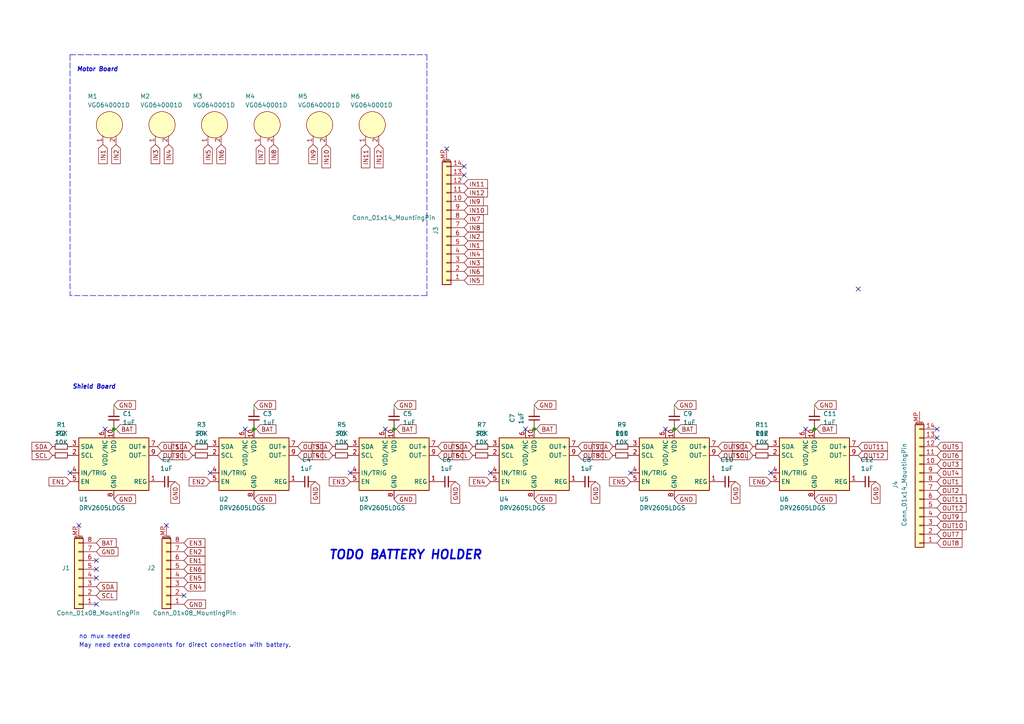
<source format=kicad_sch>
(kicad_sch (version 20211123) (generator eeschema)

  (uuid e63e39d7-6ac0-4ffd-8aa3-1841a4541b55)

  (paper "A4")

  (title_block
    (title "TipLets Board")
    (date "2022-06-21")
    (rev "1")
    (company "Asan Medical Center HEART Lab / Yunho Cho")
  )

  (lib_symbols
    (symbol "Connector_Generic_MountingPin:Conn_01x08_MountingPin" (pin_names (offset 1.016) hide) (in_bom yes) (on_board yes)
      (property "Reference" "J" (id 0) (at 0 10.16 0)
        (effects (font (size 1.27 1.27)))
      )
      (property "Value" "Conn_01x08_MountingPin" (id 1) (at 1.27 -12.7 0)
        (effects (font (size 1.27 1.27)) (justify left))
      )
      (property "Footprint" "" (id 2) (at 0 0 0)
        (effects (font (size 1.27 1.27)) hide)
      )
      (property "Datasheet" "~" (id 3) (at 0 0 0)
        (effects (font (size 1.27 1.27)) hide)
      )
      (property "ki_keywords" "connector" (id 4) (at 0 0 0)
        (effects (font (size 1.27 1.27)) hide)
      )
      (property "ki_description" "Generic connectable mounting pin connector, single row, 01x08, script generated (kicad-library-utils/schlib/autogen/connector/)" (id 5) (at 0 0 0)
        (effects (font (size 1.27 1.27)) hide)
      )
      (property "ki_fp_filters" "Connector*:*_1x??-1MP*" (id 6) (at 0 0 0)
        (effects (font (size 1.27 1.27)) hide)
      )
      (symbol "Conn_01x08_MountingPin_1_1"
        (rectangle (start -1.27 -10.033) (end 0 -10.287)
          (stroke (width 0.1524) (type default) (color 0 0 0 0))
          (fill (type none))
        )
        (rectangle (start -1.27 -7.493) (end 0 -7.747)
          (stroke (width 0.1524) (type default) (color 0 0 0 0))
          (fill (type none))
        )
        (rectangle (start -1.27 -4.953) (end 0 -5.207)
          (stroke (width 0.1524) (type default) (color 0 0 0 0))
          (fill (type none))
        )
        (rectangle (start -1.27 -2.413) (end 0 -2.667)
          (stroke (width 0.1524) (type default) (color 0 0 0 0))
          (fill (type none))
        )
        (rectangle (start -1.27 0.127) (end 0 -0.127)
          (stroke (width 0.1524) (type default) (color 0 0 0 0))
          (fill (type none))
        )
        (rectangle (start -1.27 2.667) (end 0 2.413)
          (stroke (width 0.1524) (type default) (color 0 0 0 0))
          (fill (type none))
        )
        (rectangle (start -1.27 5.207) (end 0 4.953)
          (stroke (width 0.1524) (type default) (color 0 0 0 0))
          (fill (type none))
        )
        (rectangle (start -1.27 7.747) (end 0 7.493)
          (stroke (width 0.1524) (type default) (color 0 0 0 0))
          (fill (type none))
        )
        (rectangle (start -1.27 8.89) (end 1.27 -11.43)
          (stroke (width 0.254) (type default) (color 0 0 0 0))
          (fill (type background))
        )
        (polyline
          (pts
            (xy -1.016 -12.192)
            (xy 1.016 -12.192)
          )
          (stroke (width 0.1524) (type default) (color 0 0 0 0))
          (fill (type none))
        )
        (text "Mounting" (at 0 -11.811 0)
          (effects (font (size 0.381 0.381)))
        )
        (pin passive line (at -5.08 7.62 0) (length 3.81)
          (name "Pin_1" (effects (font (size 1.27 1.27))))
          (number "1" (effects (font (size 1.27 1.27))))
        )
        (pin passive line (at -5.08 5.08 0) (length 3.81)
          (name "Pin_2" (effects (font (size 1.27 1.27))))
          (number "2" (effects (font (size 1.27 1.27))))
        )
        (pin passive line (at -5.08 2.54 0) (length 3.81)
          (name "Pin_3" (effects (font (size 1.27 1.27))))
          (number "3" (effects (font (size 1.27 1.27))))
        )
        (pin passive line (at -5.08 0 0) (length 3.81)
          (name "Pin_4" (effects (font (size 1.27 1.27))))
          (number "4" (effects (font (size 1.27 1.27))))
        )
        (pin passive line (at -5.08 -2.54 0) (length 3.81)
          (name "Pin_5" (effects (font (size 1.27 1.27))))
          (number "5" (effects (font (size 1.27 1.27))))
        )
        (pin passive line (at -5.08 -5.08 0) (length 3.81)
          (name "Pin_6" (effects (font (size 1.27 1.27))))
          (number "6" (effects (font (size 1.27 1.27))))
        )
        (pin passive line (at -5.08 -7.62 0) (length 3.81)
          (name "Pin_7" (effects (font (size 1.27 1.27))))
          (number "7" (effects (font (size 1.27 1.27))))
        )
        (pin passive line (at -5.08 -10.16 0) (length 3.81)
          (name "Pin_8" (effects (font (size 1.27 1.27))))
          (number "8" (effects (font (size 1.27 1.27))))
        )
        (pin passive line (at 0 -15.24 90) (length 3.048)
          (name "MountPin" (effects (font (size 1.27 1.27))))
          (number "MP" (effects (font (size 1.27 1.27))))
        )
      )
    )
    (symbol "Connector_Generic_MountingPin:Conn_01x14_MountingPin" (pin_names (offset 1.016) hide) (in_bom yes) (on_board yes)
      (property "Reference" "J" (id 0) (at 0 17.78 0)
        (effects (font (size 1.27 1.27)))
      )
      (property "Value" "Conn_01x14_MountingPin" (id 1) (at 1.27 -20.32 0)
        (effects (font (size 1.27 1.27)) (justify left))
      )
      (property "Footprint" "" (id 2) (at 0 0 0)
        (effects (font (size 1.27 1.27)) hide)
      )
      (property "Datasheet" "~" (id 3) (at 0 0 0)
        (effects (font (size 1.27 1.27)) hide)
      )
      (property "ki_keywords" "connector" (id 4) (at 0 0 0)
        (effects (font (size 1.27 1.27)) hide)
      )
      (property "ki_description" "Generic connectable mounting pin connector, single row, 01x14, script generated (kicad-library-utils/schlib/autogen/connector/)" (id 5) (at 0 0 0)
        (effects (font (size 1.27 1.27)) hide)
      )
      (property "ki_fp_filters" "Connector*:*_1x??-1MP*" (id 6) (at 0 0 0)
        (effects (font (size 1.27 1.27)) hide)
      )
      (symbol "Conn_01x14_MountingPin_1_1"
        (rectangle (start -1.27 -17.653) (end 0 -17.907)
          (stroke (width 0.1524) (type default) (color 0 0 0 0))
          (fill (type none))
        )
        (rectangle (start -1.27 -15.113) (end 0 -15.367)
          (stroke (width 0.1524) (type default) (color 0 0 0 0))
          (fill (type none))
        )
        (rectangle (start -1.27 -12.573) (end 0 -12.827)
          (stroke (width 0.1524) (type default) (color 0 0 0 0))
          (fill (type none))
        )
        (rectangle (start -1.27 -10.033) (end 0 -10.287)
          (stroke (width 0.1524) (type default) (color 0 0 0 0))
          (fill (type none))
        )
        (rectangle (start -1.27 -7.493) (end 0 -7.747)
          (stroke (width 0.1524) (type default) (color 0 0 0 0))
          (fill (type none))
        )
        (rectangle (start -1.27 -4.953) (end 0 -5.207)
          (stroke (width 0.1524) (type default) (color 0 0 0 0))
          (fill (type none))
        )
        (rectangle (start -1.27 -2.413) (end 0 -2.667)
          (stroke (width 0.1524) (type default) (color 0 0 0 0))
          (fill (type none))
        )
        (rectangle (start -1.27 0.127) (end 0 -0.127)
          (stroke (width 0.1524) (type default) (color 0 0 0 0))
          (fill (type none))
        )
        (rectangle (start -1.27 2.667) (end 0 2.413)
          (stroke (width 0.1524) (type default) (color 0 0 0 0))
          (fill (type none))
        )
        (rectangle (start -1.27 5.207) (end 0 4.953)
          (stroke (width 0.1524) (type default) (color 0 0 0 0))
          (fill (type none))
        )
        (rectangle (start -1.27 7.747) (end 0 7.493)
          (stroke (width 0.1524) (type default) (color 0 0 0 0))
          (fill (type none))
        )
        (rectangle (start -1.27 10.287) (end 0 10.033)
          (stroke (width 0.1524) (type default) (color 0 0 0 0))
          (fill (type none))
        )
        (rectangle (start -1.27 12.827) (end 0 12.573)
          (stroke (width 0.1524) (type default) (color 0 0 0 0))
          (fill (type none))
        )
        (rectangle (start -1.27 15.367) (end 0 15.113)
          (stroke (width 0.1524) (type default) (color 0 0 0 0))
          (fill (type none))
        )
        (rectangle (start -1.27 16.51) (end 1.27 -19.05)
          (stroke (width 0.254) (type default) (color 0 0 0 0))
          (fill (type background))
        )
        (polyline
          (pts
            (xy -1.016 -19.812)
            (xy 1.016 -19.812)
          )
          (stroke (width 0.1524) (type default) (color 0 0 0 0))
          (fill (type none))
        )
        (text "Mounting" (at 0 -19.431 0)
          (effects (font (size 0.381 0.381)))
        )
        (pin passive line (at -5.08 15.24 0) (length 3.81)
          (name "Pin_1" (effects (font (size 1.27 1.27))))
          (number "1" (effects (font (size 1.27 1.27))))
        )
        (pin passive line (at -5.08 -7.62 0) (length 3.81)
          (name "Pin_10" (effects (font (size 1.27 1.27))))
          (number "10" (effects (font (size 1.27 1.27))))
        )
        (pin passive line (at -5.08 -10.16 0) (length 3.81)
          (name "Pin_11" (effects (font (size 1.27 1.27))))
          (number "11" (effects (font (size 1.27 1.27))))
        )
        (pin passive line (at -5.08 -12.7 0) (length 3.81)
          (name "Pin_12" (effects (font (size 1.27 1.27))))
          (number "12" (effects (font (size 1.27 1.27))))
        )
        (pin passive line (at -5.08 -15.24 0) (length 3.81)
          (name "Pin_13" (effects (font (size 1.27 1.27))))
          (number "13" (effects (font (size 1.27 1.27))))
        )
        (pin passive line (at -5.08 -17.78 0) (length 3.81)
          (name "Pin_14" (effects (font (size 1.27 1.27))))
          (number "14" (effects (font (size 1.27 1.27))))
        )
        (pin passive line (at -5.08 12.7 0) (length 3.81)
          (name "Pin_2" (effects (font (size 1.27 1.27))))
          (number "2" (effects (font (size 1.27 1.27))))
        )
        (pin passive line (at -5.08 10.16 0) (length 3.81)
          (name "Pin_3" (effects (font (size 1.27 1.27))))
          (number "3" (effects (font (size 1.27 1.27))))
        )
        (pin passive line (at -5.08 7.62 0) (length 3.81)
          (name "Pin_4" (effects (font (size 1.27 1.27))))
          (number "4" (effects (font (size 1.27 1.27))))
        )
        (pin passive line (at -5.08 5.08 0) (length 3.81)
          (name "Pin_5" (effects (font (size 1.27 1.27))))
          (number "5" (effects (font (size 1.27 1.27))))
        )
        (pin passive line (at -5.08 2.54 0) (length 3.81)
          (name "Pin_6" (effects (font (size 1.27 1.27))))
          (number "6" (effects (font (size 1.27 1.27))))
        )
        (pin passive line (at -5.08 0 0) (length 3.81)
          (name "Pin_7" (effects (font (size 1.27 1.27))))
          (number "7" (effects (font (size 1.27 1.27))))
        )
        (pin passive line (at -5.08 -2.54 0) (length 3.81)
          (name "Pin_8" (effects (font (size 1.27 1.27))))
          (number "8" (effects (font (size 1.27 1.27))))
        )
        (pin passive line (at -5.08 -5.08 0) (length 3.81)
          (name "Pin_9" (effects (font (size 1.27 1.27))))
          (number "9" (effects (font (size 1.27 1.27))))
        )
        (pin passive line (at 0 -22.86 90) (length 3.048)
          (name "MountPin" (effects (font (size 1.27 1.27))))
          (number "MP" (effects (font (size 1.27 1.27))))
        )
      )
    )
    (symbol "Device:C_Small" (pin_numbers hide) (pin_names (offset 0.254) hide) (in_bom yes) (on_board yes)
      (property "Reference" "C" (id 0) (at 0.254 1.778 0)
        (effects (font (size 1.27 1.27)) (justify left))
      )
      (property "Value" "C_Small" (id 1) (at 0.254 -2.032 0)
        (effects (font (size 1.27 1.27)) (justify left))
      )
      (property "Footprint" "" (id 2) (at 0 0 0)
        (effects (font (size 1.27 1.27)) hide)
      )
      (property "Datasheet" "~" (id 3) (at 0 0 0)
        (effects (font (size 1.27 1.27)) hide)
      )
      (property "ki_keywords" "capacitor cap" (id 4) (at 0 0 0)
        (effects (font (size 1.27 1.27)) hide)
      )
      (property "ki_description" "Unpolarized capacitor, small symbol" (id 5) (at 0 0 0)
        (effects (font (size 1.27 1.27)) hide)
      )
      (property "ki_fp_filters" "C_*" (id 6) (at 0 0 0)
        (effects (font (size 1.27 1.27)) hide)
      )
      (symbol "C_Small_0_1"
        (polyline
          (pts
            (xy -1.524 -0.508)
            (xy 1.524 -0.508)
          )
          (stroke (width 0.3302) (type default) (color 0 0 0 0))
          (fill (type none))
        )
        (polyline
          (pts
            (xy -1.524 0.508)
            (xy 1.524 0.508)
          )
          (stroke (width 0.3048) (type default) (color 0 0 0 0))
          (fill (type none))
        )
      )
      (symbol "C_Small_1_1"
        (pin passive line (at 0 2.54 270) (length 2.032)
          (name "~" (effects (font (size 1.27 1.27))))
          (number "1" (effects (font (size 1.27 1.27))))
        )
        (pin passive line (at 0 -2.54 90) (length 2.032)
          (name "~" (effects (font (size 1.27 1.27))))
          (number "2" (effects (font (size 1.27 1.27))))
        )
      )
    )
    (symbol "Device:R_Small" (pin_numbers hide) (pin_names (offset 0.254) hide) (in_bom yes) (on_board yes)
      (property "Reference" "R" (id 0) (at 0.762 0.508 0)
        (effects (font (size 1.27 1.27)) (justify left))
      )
      (property "Value" "R_Small" (id 1) (at 0.762 -1.016 0)
        (effects (font (size 1.27 1.27)) (justify left))
      )
      (property "Footprint" "" (id 2) (at 0 0 0)
        (effects (font (size 1.27 1.27)) hide)
      )
      (property "Datasheet" "~" (id 3) (at 0 0 0)
        (effects (font (size 1.27 1.27)) hide)
      )
      (property "ki_keywords" "R resistor" (id 4) (at 0 0 0)
        (effects (font (size 1.27 1.27)) hide)
      )
      (property "ki_description" "Resistor, small symbol" (id 5) (at 0 0 0)
        (effects (font (size 1.27 1.27)) hide)
      )
      (property "ki_fp_filters" "R_*" (id 6) (at 0 0 0)
        (effects (font (size 1.27 1.27)) hide)
      )
      (symbol "R_Small_0_1"
        (rectangle (start -0.762 1.778) (end 0.762 -1.778)
          (stroke (width 0.2032) (type default) (color 0 0 0 0))
          (fill (type none))
        )
      )
      (symbol "R_Small_1_1"
        (pin passive line (at 0 2.54 270) (length 0.762)
          (name "~" (effects (font (size 1.27 1.27))))
          (number "1" (effects (font (size 1.27 1.27))))
        )
        (pin passive line (at 0 -2.54 90) (length 0.762)
          (name "~" (effects (font (size 1.27 1.27))))
          (number "2" (effects (font (size 1.27 1.27))))
        )
      )
    )
    (symbol "Driver_Haptic:DRV2605LDGS" (in_bom yes) (on_board yes)
      (property "Reference" "U" (id 0) (at -10.16 8.255 0)
        (effects (font (size 1.27 1.27)) (justify left bottom))
      )
      (property "Value" "DRV2605LDGS" (id 1) (at 2.54 -8.89 0)
        (effects (font (size 1.27 1.27)) (justify left top))
      )
      (property "Footprint" "Package_SO:VSSOP-10_3x3mm_P0.5mm" (id 2) (at 0 0 0)
        (effects (font (size 1.27 1.27) italic) hide)
      )
      (property "Datasheet" "http://www.ti.com/lit/ds/symlink/drv2605l.pdf" (id 3) (at 0 0 0)
        (effects (font (size 1.27 1.27)) hide)
      )
      (property "ki_keywords" "haptic driver i2c" (id 4) (at 0 0 0)
        (effects (font (size 1.27 1.27)) hide)
      )
      (property "ki_description" "Haptic driver for LRAs and ERMs with effect library, 2-5.2V, VSSOP-10" (id 5) (at 0 0 0)
        (effects (font (size 1.27 1.27)) hide)
      )
      (property "ki_fp_filters" "VSSOP*3x3mm*P0.5mm*" (id 6) (at 0 0 0)
        (effects (font (size 1.27 1.27)) hide)
      )
      (symbol "DRV2605LDGS_0_1"
        (rectangle (start -10.16 7.62) (end 10.16 -7.62)
          (stroke (width 0.254) (type default) (color 0 0 0 0))
          (fill (type background))
        )
      )
      (symbol "DRV2605LDGS_1_1"
        (pin passive line (at 12.7 -5.08 180) (length 2.54)
          (name "REG" (effects (font (size 1.27 1.27))))
          (number "1" (effects (font (size 1.27 1.27))))
        )
        (pin power_in line (at 0 10.16 270) (length 2.54)
          (name "VDD" (effects (font (size 1.27 1.27))))
          (number "10" (effects (font (size 1.27 1.27))))
        )
        (pin input line (at -12.7 2.54 0) (length 2.54)
          (name "SCL" (effects (font (size 1.27 1.27))))
          (number "2" (effects (font (size 1.27 1.27))))
        )
        (pin bidirectional line (at -12.7 5.08 0) (length 2.54)
          (name "SDA" (effects (font (size 1.27 1.27))))
          (number "3" (effects (font (size 1.27 1.27))))
        )
        (pin input line (at -12.7 -2.54 0) (length 2.54)
          (name "IN/TRIG" (effects (font (size 1.27 1.27))))
          (number "4" (effects (font (size 1.27 1.27))))
        )
        (pin input line (at -12.7 -5.08 0) (length 2.54)
          (name "EN" (effects (font (size 1.27 1.27))))
          (number "5" (effects (font (size 1.27 1.27))))
        )
        (pin power_in line (at -2.54 10.16 270) (length 2.54)
          (name "VDD/NC" (effects (font (size 1.27 1.27))))
          (number "6" (effects (font (size 1.27 1.27))))
        )
        (pin output line (at 12.7 5.08 180) (length 2.54)
          (name "OUT+" (effects (font (size 1.27 1.27))))
          (number "7" (effects (font (size 1.27 1.27))))
        )
        (pin power_in line (at 0 -10.16 90) (length 2.54)
          (name "GND" (effects (font (size 1.27 1.27))))
          (number "8" (effects (font (size 1.27 1.27))))
        )
        (pin output line (at 12.7 2.54 180) (length 2.54)
          (name "OUT-" (effects (font (size 1.27 1.27))))
          (number "9" (effects (font (size 1.27 1.27))))
        )
      )
    )
    (symbol "VG0640001D_4" (in_bom yes) (on_board yes)
      (property "Reference" "M" (id 0) (at 0 12.7 0)
        (effects (font (size 1.27 1.27)))
      )
      (property "Value" "VG0640001D_4" (id 1) (at 0 10.16 0)
        (effects (font (size 1.27 1.27)))
      )
      (property "Footprint" "" (id 2) (at 0 1.905 0)
        (effects (font (size 1.27 1.27)) hide)
      )
      (property "Datasheet" "" (id 3) (at 0 1.905 0)
        (effects (font (size 1.27 1.27)) hide)
      )
      (symbol "VG0640001D_4_0_1"
        (circle (center 0 4.445) (radius 3.81)
          (stroke (width 0) (type default) (color 0 0 0 0))
          (fill (type background))
        )
      )
      (symbol "VG0640001D_4_1_1"
        (pin input line (at -1.905 -1.27 90) (length 2.54)
          (name "" (effects (font (size 1.27 1.27))))
          (number "1" (effects (font (size 1.27 1.27))))
        )
        (pin input line (at 1.905 -1.27 90) (length 2.54)
          (name "" (effects (font (size 1.27 1.27))))
          (number "2" (effects (font (size 1.27 1.27))))
        )
      )
    )
    (symbol "Vybronics:VG0640001D" (in_bom yes) (on_board yes)
      (property "Reference" "M" (id 0) (at 0 12.7 0)
        (effects (font (size 1.27 1.27)))
      )
      (property "Value" "VG0640001D" (id 1) (at 0 10.16 0)
        (effects (font (size 1.27 1.27)))
      )
      (property "Footprint" "" (id 2) (at 0 1.905 0)
        (effects (font (size 1.27 1.27)) hide)
      )
      (property "Datasheet" "" (id 3) (at 0 1.905 0)
        (effects (font (size 1.27 1.27)) hide)
      )
      (symbol "VG0640001D_0_1"
        (circle (center 0 4.445) (radius 3.81)
          (stroke (width 0) (type default) (color 0 0 0 0))
          (fill (type background))
        )
      )
      (symbol "VG0640001D_1_1"
        (pin input line (at -1.905 -1.27 90) (length 2.54)
          (name "" (effects (font (size 1.27 1.27))))
          (number "1" (effects (font (size 1.27 1.27))))
        )
        (pin input line (at 1.905 -1.27 90) (length 2.54)
          (name "" (effects (font (size 1.27 1.27))))
          (number "2" (effects (font (size 1.27 1.27))))
        )
      )
    )
  )

  (junction (at 114.3 124.46) (diameter 0) (color 0 0 0 0)
    (uuid 14cdab37-cc33-477d-8a15-6beddb117ee2)
  )
  (junction (at 195.58 124.46) (diameter 0) (color 0 0 0 0)
    (uuid 37643a47-770d-4435-9a48-212029f146db)
  )
  (junction (at 73.66 124.46) (diameter 0) (color 0 0 0 0)
    (uuid 56901b39-cfc3-4023-9e18-e076ce74e121)
  )
  (junction (at 33.02 124.46) (diameter 0) (color 0 0 0 0)
    (uuid 7fdcb2ab-7307-4236-9997-052e0a836620)
  )
  (junction (at 236.22 124.46) (diameter 0) (color 0 0 0 0)
    (uuid 8db6a077-2221-4ad9-887d-567ea36f2ff1)
  )
  (junction (at 154.94 124.46) (diameter 0) (color 0 0 0 0)
    (uuid c2fe140b-6a9a-41e6-aba0-3ea2230ab4c8)
  )

  (no_connect (at 233.68 124.46) (uuid 03e74026-ce6d-4c8b-9e0a-95391d944e8c))
  (no_connect (at 27.94 165.1) (uuid 041b8667-d09a-42da-8675-630231e7cfd0))
  (no_connect (at 27.94 175.26) (uuid 09452770-d9c8-42e1-b658-8e6193ab876f))
  (no_connect (at 248.92 83.82) (uuid 1884ae75-4dc6-4fb6-b57b-9103bc07408d))
  (no_connect (at 182.88 137.16) (uuid 1f4a535b-c2d8-4c77-838a-78d1b04fe746))
  (no_connect (at 20.32 137.16) (uuid 20a5c1b4-e610-4b66-ae5a-0cd29cc02fc7))
  (no_connect (at 48.26 152.4) (uuid 2f75b61a-6aed-4f4e-b418-3793c9d3615f))
  (no_connect (at 22.86 152.4) (uuid 3865bc87-33ab-4e8b-9186-2c2f28c041e4))
  (no_connect (at 134.62 48.26) (uuid 3c4660ea-668c-46d7-860e-2a48d639788a))
  (no_connect (at 193.04 124.46) (uuid 44fee9c0-d215-4875-9cbc-8147603f3a8d))
  (no_connect (at 30.48 124.46) (uuid 5d4155f6-d80e-43f1-9d23-7a017f7e5ceb))
  (no_connect (at 142.24 137.16) (uuid 6ca20823-0819-4e1a-9540-4dbbd91ec406))
  (no_connect (at 101.6 137.16) (uuid 71b3f9e6-75d7-404f-a3f9-894c01bd382f))
  (no_connect (at 223.52 137.16) (uuid 80c899ef-4ea1-445d-91db-492772e7bdd6))
  (no_connect (at 134.62 50.8) (uuid 84f0e472-cb8f-45dc-bf1b-575c078d52d5))
  (no_connect (at 27.94 167.64) (uuid 865cc09c-012f-4d9a-bba6-3e6fb9996c39))
  (no_connect (at 271.78 127) (uuid a02bce7c-2e5a-4af3-92f8-55964dedce23))
  (no_connect (at 111.76 124.46) (uuid a2c01679-0c53-4eb1-b90c-e51ada0ff0fe))
  (no_connect (at 53.34 172.72) (uuid a8a5bfbe-cdf2-4c25-96f3-eeaee7f46c56))
  (no_connect (at 71.12 124.46) (uuid bbf8017b-6635-4638-9a0b-045d46de2e48))
  (no_connect (at 27.94 162.56) (uuid ded5efa0-1ce2-4f4d-9f6a-7b9ca284be16))
  (no_connect (at 129.54 43.18) (uuid e49cfd4a-442e-4c4e-a4e7-e091c087c649))
  (no_connect (at 60.96 137.16) (uuid e97b897d-7758-4e28-b2c4-d25ead39e785))
  (no_connect (at 152.4 124.46) (uuid ec119413-1688-4033-b5b7-63008c3fbfa4))
  (no_connect (at 271.78 124.46) (uuid efd38f27-61f8-483d-a827-c73d7f70022c))

  (wire (pts (xy 114.3 124.46) (xy 114.935 124.46))
    (stroke (width 0) (type default) (color 0 0 0 0))
    (uuid 35587e2f-a0b1-4599-be20-b8e8e1bf2fbc)
  )
  (wire (pts (xy 154.94 117.475) (xy 154.94 118.745))
    (stroke (width 0) (type default) (color 0 0 0 0))
    (uuid 371b425c-3e72-4cc2-988b-6e2a4fed9de1)
  )
  (wire (pts (xy 236.22 117.475) (xy 236.22 118.745))
    (stroke (width 0) (type default) (color 0 0 0 0))
    (uuid 52027b6e-d2f8-409b-a201-e4395a0cb75c)
  )
  (wire (pts (xy 73.66 117.475) (xy 73.66 118.745))
    (stroke (width 0) (type default) (color 0 0 0 0))
    (uuid 594372ff-16a7-4ade-83b5-7d3bcc7b3e31)
  )
  (wire (pts (xy 195.58 124.46) (xy 196.215 124.46))
    (stroke (width 0) (type default) (color 0 0 0 0))
    (uuid 5c6bf9e8-9d23-4b95-b376-ad423f1bfc33)
  )
  (wire (pts (xy 236.22 123.825) (xy 236.22 124.46))
    (stroke (width 0) (type default) (color 0 0 0 0))
    (uuid 5d21c42e-0f96-476c-9e17-79e55a906bb9)
  )
  (polyline (pts (xy 123.825 15.875) (xy 123.825 85.725))
    (stroke (width 0) (type default) (color 0 0 0 0))
    (uuid 609be1e2-e361-4286-97de-0d540dbb7b45)
  )

  (wire (pts (xy 114.3 123.825) (xy 114.3 124.46))
    (stroke (width 0) (type default) (color 0 0 0 0))
    (uuid 61729def-5e49-42f0-9482-44ff46d68ebf)
  )
  (wire (pts (xy 33.02 124.46) (xy 33.655 124.46))
    (stroke (width 0) (type default) (color 0 0 0 0))
    (uuid 61cd1461-78eb-4a35-b61e-76600261e6c1)
  )
  (wire (pts (xy 33.02 117.475) (xy 33.02 118.745))
    (stroke (width 0) (type default) (color 0 0 0 0))
    (uuid 6daca896-e16e-4881-a9b6-e9af1420c268)
  )
  (wire (pts (xy 154.94 123.825) (xy 154.94 124.46))
    (stroke (width 0) (type default) (color 0 0 0 0))
    (uuid 7172038e-77c8-4369-ad18-b5140fab582d)
  )
  (polyline (pts (xy 123.825 85.725) (xy 20.32 85.725))
    (stroke (width 0) (type default) (color 0 0 0 0))
    (uuid 8023a5f0-baa5-44d7-a46e-ace06eb98060)
  )

  (wire (pts (xy 195.58 117.475) (xy 195.58 118.745))
    (stroke (width 0) (type default) (color 0 0 0 0))
    (uuid a6944e75-0714-4aaf-82c5-c6bd5f10888e)
  )
  (wire (pts (xy 33.02 123.825) (xy 33.02 124.46))
    (stroke (width 0) (type default) (color 0 0 0 0))
    (uuid b3f0b6d3-0442-4478-a43f-8ebc6af879f6)
  )
  (wire (pts (xy 73.66 123.825) (xy 73.66 124.46))
    (stroke (width 0) (type default) (color 0 0 0 0))
    (uuid b50e328b-5b8d-4db0-8879-b2afd5ea155d)
  )
  (polyline (pts (xy 20.32 15.875) (xy 20.32 85.725))
    (stroke (width 0) (type default) (color 0 0 0 0))
    (uuid b8822758-430c-4efd-821e-07c84fc4812e)
  )

  (wire (pts (xy 236.22 124.46) (xy 236.855 124.46))
    (stroke (width 0) (type default) (color 0 0 0 0))
    (uuid bcdf58f1-f44c-4a4b-8323-6b6ddf6ce2c6)
  )
  (polyline (pts (xy 20.32 15.875) (xy 123.825 15.875))
    (stroke (width 0) (type default) (color 0 0 0 0))
    (uuid c9cbdb4e-ef43-49a7-8f16-034ba672c5a6)
  )

  (wire (pts (xy 154.94 124.46) (xy 155.575 124.46))
    (stroke (width 0) (type default) (color 0 0 0 0))
    (uuid ccf4b06b-e2bd-4f49-b15a-d32d0a7a5e67)
  )
  (wire (pts (xy 73.66 124.46) (xy 74.295 124.46))
    (stroke (width 0) (type default) (color 0 0 0 0))
    (uuid df1418e4-bc60-4b6a-9b94-47fb92519892)
  )
  (wire (pts (xy 114.3 117.475) (xy 114.3 118.745))
    (stroke (width 0) (type default) (color 0 0 0 0))
    (uuid e2c5293d-7fa5-4569-b42c-b90e19092865)
  )
  (wire (pts (xy 195.58 123.825) (xy 195.58 124.46))
    (stroke (width 0) (type default) (color 0 0 0 0))
    (uuid e5b43c65-1c14-4816-aae5-f75d42d97f18)
  )

  (text "Motor Board" (at 22.225 20.955 0)
    (effects (font (size 1.27 1.27) (thickness 0.254) bold italic) (justify left bottom))
    (uuid 4f750403-7ab0-4bae-892f-fc67ee691543)
  )
  (text "TODO BATTERY HOLDER" (at 95.25 162.56 0)
    (effects (font (size 2.54 2.54) (thickness 0.508) bold italic) (justify left bottom))
    (uuid 536ba906-01da-4301-a7b2-34ade470da22)
  )
  (text "May need extra components for direct connection with battery."
    (at 22.86 187.96 0)
    (effects (font (size 1.27 1.27)) (justify left bottom))
    (uuid 92b74579-fe0e-4eab-87da-d64b6aa1f63a)
  )
  (text "Shield Board" (at 20.955 113.03 0)
    (effects (font (size 1.27 1.27) bold italic) (justify left bottom))
    (uuid b7a6aac4-54c9-44bf-8d2e-e476f9ac263a)
  )
  (text "no mux needed" (at 22.86 185.42 0)
    (effects (font (size 1.27 1.27)) (justify left bottom))
    (uuid ee924ea1-75cf-4e2c-ad92-f05647c9f0af)
  )

  (global_label "GND" (shape input) (at 132.08 139.7 270) (fields_autoplaced)
    (effects (font (size 1.27 1.27)) (justify right))
    (uuid 0599b0c9-3462-402c-9ce8-95633b8c0716)
    (property "Intersheet References" "${INTERSHEET_REFS}" (id 0) (at 132.0006 145.9836 90)
      (effects (font (size 1.27 1.27)) (justify right) hide)
    )
  )
  (global_label "GND" (shape input) (at 33.02 117.475 0) (fields_autoplaced)
    (effects (font (size 1.27 1.27)) (justify left))
    (uuid 086b200b-fd77-4a9a-9c94-ccccafd7aaec)
    (property "Intersheet References" "${INTERSHEET_REFS}" (id 0) (at 39.3036 117.3956 0)
      (effects (font (size 1.27 1.27)) (justify left) hide)
    )
  )
  (global_label "OUT5" (shape input) (at 127 129.54 0) (fields_autoplaced)
    (effects (font (size 1.27 1.27)) (justify left))
    (uuid 09600d8b-395d-4cda-b169-032ac7554ff9)
    (property "Intersheet References" "${INTERSHEET_REFS}" (id 0) (at 134.2512 129.4606 0)
      (effects (font (size 1.27 1.27)) (justify left) hide)
    )
  )
  (global_label "SDA" (shape input) (at 15.24 129.54 180) (fields_autoplaced)
    (effects (font (size 1.27 1.27)) (justify right))
    (uuid 09c6da1c-38c2-4fa8-9026-51327ee83e21)
    (property "Intersheet References" "${INTERSHEET_REFS}" (id 0) (at 9.2588 129.4606 0)
      (effects (font (size 1.27 1.27)) (justify right) hide)
    )
  )
  (global_label "OUT12" (shape input) (at 271.78 147.32 0) (fields_autoplaced)
    (effects (font (size 1.27 1.27)) (justify left))
    (uuid 0a04ce93-ad41-40c4-b767-18aac4748382)
    (property "Intersheet References" "${INTERSHEET_REFS}" (id 0) (at 280.2407 147.3994 0)
      (effects (font (size 1.27 1.27)) (justify left) hide)
    )
  )
  (global_label "GND" (shape input) (at 213.36 139.7 270) (fields_autoplaced)
    (effects (font (size 1.27 1.27)) (justify right))
    (uuid 0e43dcca-7726-49da-996d-45e1a56e1478)
    (property "Intersheet References" "${INTERSHEET_REFS}" (id 0) (at 213.2806 145.9836 90)
      (effects (font (size 1.27 1.27)) (justify right) hide)
    )
  )
  (global_label "SCL" (shape input) (at 15.24 132.08 180) (fields_autoplaced)
    (effects (font (size 1.27 1.27)) (justify right))
    (uuid 1059f2f0-4c20-463a-b8de-439b2f559c13)
    (property "Intersheet References" "${INTERSHEET_REFS}" (id 0) (at 9.3193 132.0006 0)
      (effects (font (size 1.27 1.27)) (justify right) hide)
    )
  )
  (global_label "OUT7" (shape input) (at 167.64 129.54 0) (fields_autoplaced)
    (effects (font (size 1.27 1.27)) (justify left))
    (uuid 14ebcfa6-635b-4554-94e1-d343b5684c99)
    (property "Intersheet References" "${INTERSHEET_REFS}" (id 0) (at 174.8912 129.4606 0)
      (effects (font (size 1.27 1.27)) (justify left) hide)
    )
  )
  (global_label "IN3" (shape input) (at 134.62 76.2 0) (fields_autoplaced)
    (effects (font (size 1.27 1.27)) (justify left))
    (uuid 1ed75225-d4d4-4752-b6aa-185e67ec76de)
    (property "Intersheet References" "${INTERSHEET_REFS}" (id 0) (at 140.1779 76.1206 0)
      (effects (font (size 1.27 1.27)) (justify left) hide)
    )
  )
  (global_label "OUT8" (shape input) (at 271.78 157.48 0) (fields_autoplaced)
    (effects (font (size 1.27 1.27)) (justify left))
    (uuid 204dcaff-a310-4087-acda-fc504175be5c)
    (property "Intersheet References" "${INTERSHEET_REFS}" (id 0) (at 279.0312 157.5594 0)
      (effects (font (size 1.27 1.27)) (justify left) hide)
    )
  )
  (global_label "IN2" (shape input) (at 134.62 68.58 0) (fields_autoplaced)
    (effects (font (size 1.27 1.27)) (justify left))
    (uuid 215a2d02-17a7-4557-9652-fed863ff1500)
    (property "Intersheet References" "${INTERSHEET_REFS}" (id 0) (at 140.1779 68.5006 0)
      (effects (font (size 1.27 1.27)) (justify left) hide)
    )
  )
  (global_label "IN9" (shape input) (at 90.805 41.91 270) (fields_autoplaced)
    (effects (font (size 1.27 1.27)) (justify right))
    (uuid 229ab55e-c361-4724-9f05-a1956d7d3c7c)
    (property "Intersheet References" "${INTERSHEET_REFS}" (id 0) (at 90.7256 47.4679 90)
      (effects (font (size 1.27 1.27)) (justify right) hide)
    )
  )
  (global_label "OUT4" (shape input) (at 86.36 132.08 0) (fields_autoplaced)
    (effects (font (size 1.27 1.27)) (justify left))
    (uuid 24522826-970e-4cb6-8311-d1810832df16)
    (property "Intersheet References" "${INTERSHEET_REFS}" (id 0) (at 93.6112 132.0006 0)
      (effects (font (size 1.27 1.27)) (justify left) hide)
    )
  )
  (global_label "SCL" (shape input) (at 27.94 172.72 0) (fields_autoplaced)
    (effects (font (size 1.27 1.27)) (justify left))
    (uuid 271e48cd-621c-41b0-b833-66cbbaab8139)
    (property "Intersheet References" "${INTERSHEET_REFS}" (id 0) (at 33.8607 172.6406 0)
      (effects (font (size 1.27 1.27)) (justify left) hide)
    )
  )
  (global_label "GND" (shape input) (at 236.22 117.475 0) (fields_autoplaced)
    (effects (font (size 1.27 1.27)) (justify left))
    (uuid 29ec765c-4189-48f0-a73a-59aaeee80a87)
    (property "Intersheet References" "${INTERSHEET_REFS}" (id 0) (at 242.5036 117.3956 0)
      (effects (font (size 1.27 1.27)) (justify left) hide)
    )
  )
  (global_label "IN4" (shape input) (at 134.62 73.66 0) (fields_autoplaced)
    (effects (font (size 1.27 1.27)) (justify left))
    (uuid 2fa5bce9-9049-478d-83a1-a89a308ccb5f)
    (property "Intersheet References" "${INTERSHEET_REFS}" (id 0) (at 140.1779 73.5806 0)
      (effects (font (size 1.27 1.27)) (justify left) hide)
    )
  )
  (global_label "IN6" (shape input) (at 134.62 78.74 0) (fields_autoplaced)
    (effects (font (size 1.27 1.27)) (justify left))
    (uuid 31cd850e-1d61-4dd9-be99-5546cf737bbe)
    (property "Intersheet References" "${INTERSHEET_REFS}" (id 0) (at 140.1779 78.6606 0)
      (effects (font (size 1.27 1.27)) (justify left) hide)
    )
  )
  (global_label "BAT" (shape input) (at 114.935 124.46 0) (fields_autoplaced)
    (effects (font (size 1.27 1.27)) (justify left))
    (uuid 34de7579-f614-4b46-8110-a5808ab9d7a0)
    (property "Intersheet References" "${INTERSHEET_REFS}" (id 0) (at 120.6743 124.3806 0)
      (effects (font (size 1.27 1.27)) (justify left) hide)
    )
  )
  (global_label "OUT5" (shape input) (at 271.78 129.54 0) (fields_autoplaced)
    (effects (font (size 1.27 1.27)) (justify left))
    (uuid 38517db3-cfbd-4d57-96ff-167cf41e4ed5)
    (property "Intersheet References" "${INTERSHEET_REFS}" (id 0) (at 279.0312 129.6194 0)
      (effects (font (size 1.27 1.27)) (justify left) hide)
    )
  )
  (global_label "GND" (shape input) (at 154.94 117.475 0) (fields_autoplaced)
    (effects (font (size 1.27 1.27)) (justify left))
    (uuid 398ae79b-4425-42f7-9c42-d0e0f772885e)
    (property "Intersheet References" "${INTERSHEET_REFS}" (id 0) (at 161.2236 117.3956 0)
      (effects (font (size 1.27 1.27)) (justify left) hide)
    )
  )
  (global_label "SDA" (shape input) (at 218.44 129.54 180) (fields_autoplaced)
    (effects (font (size 1.27 1.27)) (justify right))
    (uuid 3a4ce699-3650-40b2-85aa-b80f3174a874)
    (property "Intersheet References" "${INTERSHEET_REFS}" (id 0) (at 212.4588 129.4606 0)
      (effects (font (size 1.27 1.27)) (justify right) hide)
    )
  )
  (global_label "GND" (shape input) (at 33.02 144.78 0) (fields_autoplaced)
    (effects (font (size 1.27 1.27)) (justify left))
    (uuid 4538e878-83d3-43b5-aa09-e5604ca11f39)
    (property "Intersheet References" "${INTERSHEET_REFS}" (id 0) (at 39.3036 144.7006 0)
      (effects (font (size 1.27 1.27)) (justify left) hide)
    )
  )
  (global_label "SCL" (shape input) (at 218.44 132.08 180) (fields_autoplaced)
    (effects (font (size 1.27 1.27)) (justify right))
    (uuid 454eeb0f-b763-4020-87bd-bed92773c566)
    (property "Intersheet References" "${INTERSHEET_REFS}" (id 0) (at 212.5193 132.0006 0)
      (effects (font (size 1.27 1.27)) (justify right) hide)
    )
  )
  (global_label "GND" (shape input) (at 195.58 117.475 0) (fields_autoplaced)
    (effects (font (size 1.27 1.27)) (justify left))
    (uuid 470fc2ed-3d69-47aa-9c6f-4c5cdf88f2d5)
    (property "Intersheet References" "${INTERSHEET_REFS}" (id 0) (at 201.8636 117.3956 0)
      (effects (font (size 1.27 1.27)) (justify left) hide)
    )
  )
  (global_label "BAT" (shape input) (at 74.295 124.46 0) (fields_autoplaced)
    (effects (font (size 1.27 1.27)) (justify left))
    (uuid 478fb655-aedb-4507-992c-7ef6c10f566f)
    (property "Intersheet References" "${INTERSHEET_REFS}" (id 0) (at 80.0343 124.3806 0)
      (effects (font (size 1.27 1.27)) (justify left) hide)
    )
  )
  (global_label "GND" (shape input) (at 172.72 139.7 270) (fields_autoplaced)
    (effects (font (size 1.27 1.27)) (justify right))
    (uuid 48765b89-b78f-4c1f-af8e-4efcdbb71d19)
    (property "Intersheet References" "${INTERSHEET_REFS}" (id 0) (at 172.6406 145.9836 90)
      (effects (font (size 1.27 1.27)) (justify right) hide)
    )
  )
  (global_label "GND" (shape input) (at 114.3 144.78 0) (fields_autoplaced)
    (effects (font (size 1.27 1.27)) (justify left))
    (uuid 4a8e238f-90b1-4174-b169-c57e02a6048e)
    (property "Intersheet References" "${INTERSHEET_REFS}" (id 0) (at 120.5836 144.7006 0)
      (effects (font (size 1.27 1.27)) (justify left) hide)
    )
  )
  (global_label "GND" (shape input) (at 154.94 144.78 0) (fields_autoplaced)
    (effects (font (size 1.27 1.27)) (justify left))
    (uuid 4ae51532-cf24-4878-9b47-0722d2a02581)
    (property "Intersheet References" "${INTERSHEET_REFS}" (id 0) (at 161.2236 144.7006 0)
      (effects (font (size 1.27 1.27)) (justify left) hide)
    )
  )
  (global_label "OUT12" (shape input) (at 248.92 132.08 0) (fields_autoplaced)
    (effects (font (size 1.27 1.27)) (justify left))
    (uuid 4aef61b3-82f4-4d18-9d4f-b40c7b35365f)
    (property "Intersheet References" "${INTERSHEET_REFS}" (id 0) (at 257.3807 132.0006 0)
      (effects (font (size 1.27 1.27)) (justify left) hide)
    )
  )
  (global_label "IN10" (shape input) (at 94.615 41.91 270) (fields_autoplaced)
    (effects (font (size 1.27 1.27)) (justify right))
    (uuid 4b845397-0d05-4ce0-97a4-b479521fd611)
    (property "Intersheet References" "${INTERSHEET_REFS}" (id 0) (at 94.5356 48.6774 90)
      (effects (font (size 1.27 1.27)) (justify right) hide)
    )
  )
  (global_label "SCL" (shape input) (at 177.8 132.08 180) (fields_autoplaced)
    (effects (font (size 1.27 1.27)) (justify right))
    (uuid 4e4917a6-fd05-4de8-8601-af05df07283c)
    (property "Intersheet References" "${INTERSHEET_REFS}" (id 0) (at 171.8793 132.0006 0)
      (effects (font (size 1.27 1.27)) (justify right) hide)
    )
  )
  (global_label "OUT9" (shape input) (at 208.28 129.54 0) (fields_autoplaced)
    (effects (font (size 1.27 1.27)) (justify left))
    (uuid 50aadd01-0d50-4ab1-b1cc-b37e485a3c15)
    (property "Intersheet References" "${INTERSHEET_REFS}" (id 0) (at 215.5312 129.4606 0)
      (effects (font (size 1.27 1.27)) (justify left) hide)
    )
  )
  (global_label "BAT" (shape input) (at 27.94 157.48 0) (fields_autoplaced)
    (effects (font (size 1.27 1.27)) (justify left))
    (uuid 51149f97-fe92-4cb4-b2a8-69dfccec80ea)
    (property "Intersheet References" "${INTERSHEET_REFS}" (id 0) (at 33.6793 157.4006 0)
      (effects (font (size 1.27 1.27)) (justify left) hide)
    )
  )
  (global_label "GND" (shape input) (at 27.94 160.02 0) (fields_autoplaced)
    (effects (font (size 1.27 1.27)) (justify left))
    (uuid 51ba41a1-1293-4bf5-a9a0-bb66cd2e8c0d)
    (property "Intersheet References" "${INTERSHEET_REFS}" (id 0) (at 34.2236 159.9406 0)
      (effects (font (size 1.27 1.27)) (justify left) hide)
    )
  )
  (global_label "IN11" (shape input) (at 106.045 41.91 270) (fields_autoplaced)
    (effects (font (size 1.27 1.27)) (justify right))
    (uuid 568ced25-9d11-4d0b-9792-94774d7cc9d9)
    (property "Intersheet References" "${INTERSHEET_REFS}" (id 0) (at 105.9656 48.6774 90)
      (effects (font (size 1.27 1.27)) (justify right) hide)
    )
  )
  (global_label "SDA" (shape input) (at 137.16 129.54 180) (fields_autoplaced)
    (effects (font (size 1.27 1.27)) (justify right))
    (uuid 59a23512-0a2f-47cf-a925-8318a5183b17)
    (property "Intersheet References" "${INTERSHEET_REFS}" (id 0) (at 131.1788 129.4606 0)
      (effects (font (size 1.27 1.27)) (justify right) hide)
    )
  )
  (global_label "IN4" (shape input) (at 48.895 41.91 270) (fields_autoplaced)
    (effects (font (size 1.27 1.27)) (justify right))
    (uuid 5a3569e4-a8a4-4276-a18b-ca690ed5e9d6)
    (property "Intersheet References" "${INTERSHEET_REFS}" (id 0) (at 48.8156 47.4679 90)
      (effects (font (size 1.27 1.27)) (justify right) hide)
    )
  )
  (global_label "GND" (shape input) (at 254 139.7 270) (fields_autoplaced)
    (effects (font (size 1.27 1.27)) (justify right))
    (uuid 5acc1c2e-3776-4142-8c17-1384a95c6121)
    (property "Intersheet References" "${INTERSHEET_REFS}" (id 0) (at 253.9206 145.9836 90)
      (effects (font (size 1.27 1.27)) (justify right) hide)
    )
  )
  (global_label "EN3" (shape input) (at 53.34 157.48 0) (fields_autoplaced)
    (effects (font (size 1.27 1.27)) (justify left))
    (uuid 5b6b8c33-66c9-4213-9b95-2af0a93973ce)
    (property "Intersheet References" "${INTERSHEET_REFS}" (id 0) (at 59.4421 157.5594 0)
      (effects (font (size 1.27 1.27)) (justify left) hide)
    )
  )
  (global_label "BAT" (shape input) (at 33.655 124.46 0) (fields_autoplaced)
    (effects (font (size 1.27 1.27)) (justify left))
    (uuid 5f95a8f5-f5e6-47c7-81eb-61e486e0633a)
    (property "Intersheet References" "${INTERSHEET_REFS}" (id 0) (at 39.3943 124.3806 0)
      (effects (font (size 1.27 1.27)) (justify left) hide)
    )
  )
  (global_label "IN1" (shape input) (at 29.845 41.91 270) (fields_autoplaced)
    (effects (font (size 1.27 1.27)) (justify right))
    (uuid 61f72cd1-b7f1-4f26-94f4-532b71d17812)
    (property "Intersheet References" "${INTERSHEET_REFS}" (id 0) (at 29.9244 47.4679 90)
      (effects (font (size 1.27 1.27)) (justify right) hide)
    )
  )
  (global_label "SCL" (shape input) (at 137.16 132.08 180) (fields_autoplaced)
    (effects (font (size 1.27 1.27)) (justify right))
    (uuid 6488f31c-aced-4e3e-b37f-a051d57228a8)
    (property "Intersheet References" "${INTERSHEET_REFS}" (id 0) (at 131.2393 132.0006 0)
      (effects (font (size 1.27 1.27)) (justify right) hide)
    )
  )
  (global_label "SDA" (shape input) (at 96.52 129.54 180) (fields_autoplaced)
    (effects (font (size 1.27 1.27)) (justify right))
    (uuid 67b1cab6-de9d-4a92-bcee-0915203542f3)
    (property "Intersheet References" "${INTERSHEET_REFS}" (id 0) (at 90.5388 129.4606 0)
      (effects (font (size 1.27 1.27)) (justify right) hide)
    )
  )
  (global_label "IN2" (shape input) (at 33.655 41.91 270) (fields_autoplaced)
    (effects (font (size 1.27 1.27)) (justify right))
    (uuid 680c3ce8-c439-4c5d-b317-4ed3d0f46193)
    (property "Intersheet References" "${INTERSHEET_REFS}" (id 0) (at 33.5756 47.4679 90)
      (effects (font (size 1.27 1.27)) (justify right) hide)
    )
  )
  (global_label "EN5" (shape input) (at 182.88 139.7 180) (fields_autoplaced)
    (effects (font (size 1.27 1.27)) (justify right))
    (uuid 6a0d2276-becf-424c-a01f-fb3fec5eca9f)
    (property "Intersheet References" "${INTERSHEET_REFS}" (id 0) (at 176.7779 139.6206 0)
      (effects (font (size 1.27 1.27)) (justify right) hide)
    )
  )
  (global_label "OUT10" (shape input) (at 208.28 132.08 0) (fields_autoplaced)
    (effects (font (size 1.27 1.27)) (justify left))
    (uuid 6a12b0f0-4ccf-4adb-93e2-85627fc8b12e)
    (property "Intersheet References" "${INTERSHEET_REFS}" (id 0) (at 216.7407 132.0006 0)
      (effects (font (size 1.27 1.27)) (justify left) hide)
    )
  )
  (global_label "IN12" (shape input) (at 134.62 55.88 0) (fields_autoplaced)
    (effects (font (size 1.27 1.27)) (justify left))
    (uuid 6b1925c4-2818-4024-9a60-b969049ed3f3)
    (property "Intersheet References" "${INTERSHEET_REFS}" (id 0) (at 141.3874 55.8006 0)
      (effects (font (size 1.27 1.27)) (justify left) hide)
    )
  )
  (global_label "GND" (shape input) (at 114.3 117.475 0) (fields_autoplaced)
    (effects (font (size 1.27 1.27)) (justify left))
    (uuid 6bd8922e-6dae-4864-a6fb-2dc6d58f44b9)
    (property "Intersheet References" "${INTERSHEET_REFS}" (id 0) (at 120.5836 117.3956 0)
      (effects (font (size 1.27 1.27)) (justify left) hide)
    )
  )
  (global_label "GND" (shape input) (at 50.8 139.7 270) (fields_autoplaced)
    (effects (font (size 1.27 1.27)) (justify right))
    (uuid 6e64898f-bc50-49bb-abf4-61fc126977c3)
    (property "Intersheet References" "${INTERSHEET_REFS}" (id 0) (at 50.7206 145.9836 90)
      (effects (font (size 1.27 1.27)) (justify right) hide)
    )
  )
  (global_label "GND" (shape input) (at 91.44 139.7 270) (fields_autoplaced)
    (effects (font (size 1.27 1.27)) (justify right))
    (uuid 6f90df45-943d-4caf-b2d6-d23b41dbcaa0)
    (property "Intersheet References" "${INTERSHEET_REFS}" (id 0) (at 91.3606 145.9836 90)
      (effects (font (size 1.27 1.27)) (justify right) hide)
    )
  )
  (global_label "OUT6" (shape input) (at 127 132.08 0) (fields_autoplaced)
    (effects (font (size 1.27 1.27)) (justify left))
    (uuid 73ee61dd-0c4f-4f88-bc4c-d27e6432dd1e)
    (property "Intersheet References" "${INTERSHEET_REFS}" (id 0) (at 134.2512 132.0006 0)
      (effects (font (size 1.27 1.27)) (justify left) hide)
    )
  )
  (global_label "IN8" (shape input) (at 134.62 66.04 0) (fields_autoplaced)
    (effects (font (size 1.27 1.27)) (justify left))
    (uuid 7871143d-99d3-4f72-9196-4fae0f6e11a5)
    (property "Intersheet References" "${INTERSHEET_REFS}" (id 0) (at 140.1779 65.9606 0)
      (effects (font (size 1.27 1.27)) (justify left) hide)
    )
  )
  (global_label "OUT8" (shape input) (at 167.64 132.08 0) (fields_autoplaced)
    (effects (font (size 1.27 1.27)) (justify left))
    (uuid 78d3577a-33f5-415d-ac34-53aa577dda8d)
    (property "Intersheet References" "${INTERSHEET_REFS}" (id 0) (at 174.8912 132.0006 0)
      (effects (font (size 1.27 1.27)) (justify left) hide)
    )
  )
  (global_label "IN7" (shape input) (at 134.62 63.5 0) (fields_autoplaced)
    (effects (font (size 1.27 1.27)) (justify left))
    (uuid 7d408640-7143-4d01-83d2-6ead20d7e8d0)
    (property "Intersheet References" "${INTERSHEET_REFS}" (id 0) (at 140.1779 63.4206 0)
      (effects (font (size 1.27 1.27)) (justify left) hide)
    )
  )
  (global_label "OUT10" (shape input) (at 271.78 152.4 0) (fields_autoplaced)
    (effects (font (size 1.27 1.27)) (justify left))
    (uuid 846268d5-0c85-4c43-ba09-0f7c30a4b1cf)
    (property "Intersheet References" "${INTERSHEET_REFS}" (id 0) (at 280.2407 152.4794 0)
      (effects (font (size 1.27 1.27)) (justify left) hide)
    )
  )
  (global_label "EN2" (shape input) (at 60.96 139.7 180) (fields_autoplaced)
    (effects (font (size 1.27 1.27)) (justify right))
    (uuid 886bcb3d-4d85-4a64-be45-b2e75b429e5b)
    (property "Intersheet References" "${INTERSHEET_REFS}" (id 0) (at 54.8579 139.6206 0)
      (effects (font (size 1.27 1.27)) (justify right) hide)
    )
  )
  (global_label "OUT4" (shape input) (at 271.78 137.16 0) (fields_autoplaced)
    (effects (font (size 1.27 1.27)) (justify left))
    (uuid 8a57f5e3-3de5-45d6-acb9-f69bc4a4937d)
    (property "Intersheet References" "${INTERSHEET_REFS}" (id 0) (at 279.0312 137.2394 0)
      (effects (font (size 1.27 1.27)) (justify left) hide)
    )
  )
  (global_label "OUT2" (shape input) (at 271.78 142.24 0) (fields_autoplaced)
    (effects (font (size 1.27 1.27)) (justify left))
    (uuid 8a597cdd-e893-4512-906b-f4ce2614ab28)
    (property "Intersheet References" "${INTERSHEET_REFS}" (id 0) (at 279.0312 142.3194 0)
      (effects (font (size 1.27 1.27)) (justify left) hide)
    )
  )
  (global_label "EN4" (shape input) (at 142.24 139.7 180) (fields_autoplaced)
    (effects (font (size 1.27 1.27)) (justify right))
    (uuid 8b6b8b53-c3dc-4245-9bc7-039ba6ae95da)
    (property "Intersheet References" "${INTERSHEET_REFS}" (id 0) (at 136.1379 139.6206 0)
      (effects (font (size 1.27 1.27)) (justify right) hide)
    )
  )
  (global_label "SDA" (shape input) (at 177.8 129.54 180) (fields_autoplaced)
    (effects (font (size 1.27 1.27)) (justify right))
    (uuid 8c12bb8b-328d-4c8f-ba3b-1503317fecd1)
    (property "Intersheet References" "${INTERSHEET_REFS}" (id 0) (at 171.8188 129.4606 0)
      (effects (font (size 1.27 1.27)) (justify right) hide)
    )
  )
  (global_label "IN8" (shape input) (at 79.375 41.91 270) (fields_autoplaced)
    (effects (font (size 1.27 1.27)) (justify right))
    (uuid 8e656db2-1134-4c3a-8d03-0aeabbe6a492)
    (property "Intersheet References" "${INTERSHEET_REFS}" (id 0) (at 79.2956 47.4679 90)
      (effects (font (size 1.27 1.27)) (justify right) hide)
    )
  )
  (global_label "OUT11" (shape input) (at 248.92 129.54 0) (fields_autoplaced)
    (effects (font (size 1.27 1.27)) (justify left))
    (uuid 8e941a1d-5075-4d28-8603-372f7cc0758c)
    (property "Intersheet References" "${INTERSHEET_REFS}" (id 0) (at 257.3807 129.4606 0)
      (effects (font (size 1.27 1.27)) (justify left) hide)
    )
  )
  (global_label "EN1" (shape input) (at 53.34 162.56 0) (fields_autoplaced)
    (effects (font (size 1.27 1.27)) (justify left))
    (uuid 90d63235-f911-4104-93e7-301bfadfceb5)
    (property "Intersheet References" "${INTERSHEET_REFS}" (id 0) (at 59.4421 162.4806 0)
      (effects (font (size 1.27 1.27)) (justify left) hide)
    )
  )
  (global_label "OUT1" (shape input) (at 45.72 129.54 0) (fields_autoplaced)
    (effects (font (size 1.27 1.27)) (justify left))
    (uuid 93d52649-ad79-4e64-8046-81f3144e89ba)
    (property "Intersheet References" "${INTERSHEET_REFS}" (id 0) (at 52.9712 129.4606 0)
      (effects (font (size 1.27 1.27)) (justify left) hide)
    )
  )
  (global_label "IN12" (shape input) (at 109.855 41.91 270) (fields_autoplaced)
    (effects (font (size 1.27 1.27)) (justify right))
    (uuid 96814256-77d4-47df-a0c2-f16899bbe3fa)
    (property "Intersheet References" "${INTERSHEET_REFS}" (id 0) (at 109.7756 48.6774 90)
      (effects (font (size 1.27 1.27)) (justify right) hide)
    )
  )
  (global_label "OUT9" (shape input) (at 271.78 149.86 0) (fields_autoplaced)
    (effects (font (size 1.27 1.27)) (justify left))
    (uuid 9ad1ad91-c009-4198-a11d-b93f34aca989)
    (property "Intersheet References" "${INTERSHEET_REFS}" (id 0) (at 279.0312 149.9394 0)
      (effects (font (size 1.27 1.27)) (justify left) hide)
    )
  )
  (global_label "OUT6" (shape input) (at 271.78 132.08 0) (fields_autoplaced)
    (effects (font (size 1.27 1.27)) (justify left))
    (uuid a16a59f2-6dd7-429a-9ffb-9f7b53fbf0be)
    (property "Intersheet References" "${INTERSHEET_REFS}" (id 0) (at 279.0312 132.1594 0)
      (effects (font (size 1.27 1.27)) (justify left) hide)
    )
  )
  (global_label "IN10" (shape input) (at 134.62 60.96 0) (fields_autoplaced)
    (effects (font (size 1.27 1.27)) (justify left))
    (uuid a6859ae2-c970-4aa6-a1bb-d52d3f30aeaf)
    (property "Intersheet References" "${INTERSHEET_REFS}" (id 0) (at 141.3874 60.8806 0)
      (effects (font (size 1.27 1.27)) (justify left) hide)
    )
  )
  (global_label "EN1" (shape input) (at 20.32 139.7 180) (fields_autoplaced)
    (effects (font (size 1.27 1.27)) (justify right))
    (uuid a7df7246-2a91-4229-86a7-245a4ee21fe3)
    (property "Intersheet References" "${INTERSHEET_REFS}" (id 0) (at 14.2179 139.6206 0)
      (effects (font (size 1.27 1.27)) (justify right) hide)
    )
  )
  (global_label "IN1" (shape input) (at 134.62 71.12 0) (fields_autoplaced)
    (effects (font (size 1.27 1.27)) (justify left))
    (uuid ab3ee7bb-f8a3-44e2-8739-20230b4a574c)
    (property "Intersheet References" "${INTERSHEET_REFS}" (id 0) (at 140.1779 71.0406 0)
      (effects (font (size 1.27 1.27)) (justify left) hide)
    )
  )
  (global_label "IN7" (shape input) (at 75.565 41.91 270) (fields_autoplaced)
    (effects (font (size 1.27 1.27)) (justify right))
    (uuid ab79e010-846b-41cc-9751-85a5ad79ebc5)
    (property "Intersheet References" "${INTERSHEET_REFS}" (id 0) (at 75.4856 47.4679 90)
      (effects (font (size 1.27 1.27)) (justify right) hide)
    )
  )
  (global_label "EN6" (shape input) (at 53.34 165.1 0) (fields_autoplaced)
    (effects (font (size 1.27 1.27)) (justify left))
    (uuid aff061e0-1261-43eb-b96c-6871bbc98c2f)
    (property "Intersheet References" "${INTERSHEET_REFS}" (id 0) (at 59.4421 165.0206 0)
      (effects (font (size 1.27 1.27)) (justify left) hide)
    )
  )
  (global_label "OUT7" (shape input) (at 271.78 154.94 0) (fields_autoplaced)
    (effects (font (size 1.27 1.27)) (justify left))
    (uuid b0c919ac-e1e3-4429-8c12-6bb1d217b0af)
    (property "Intersheet References" "${INTERSHEET_REFS}" (id 0) (at 279.0312 155.0194 0)
      (effects (font (size 1.27 1.27)) (justify left) hide)
    )
  )
  (global_label "BAT" (shape input) (at 155.575 124.46 0) (fields_autoplaced)
    (effects (font (size 1.27 1.27)) (justify left))
    (uuid b93d5737-31f7-4ad5-9360-f885a29e5e1c)
    (property "Intersheet References" "${INTERSHEET_REFS}" (id 0) (at 161.3143 124.3806 0)
      (effects (font (size 1.27 1.27)) (justify left) hide)
    )
  )
  (global_label "SDA" (shape input) (at 55.88 129.54 180) (fields_autoplaced)
    (effects (font (size 1.27 1.27)) (justify right))
    (uuid b9ce5810-ac40-4aa7-a101-80a7a7668215)
    (property "Intersheet References" "${INTERSHEET_REFS}" (id 0) (at 49.8988 129.4606 0)
      (effects (font (size 1.27 1.27)) (justify right) hide)
    )
  )
  (global_label "SCL" (shape input) (at 96.52 132.08 180) (fields_autoplaced)
    (effects (font (size 1.27 1.27)) (justify right))
    (uuid c0187c27-2164-4c11-bc00-39b8f3ef79ca)
    (property "Intersheet References" "${INTERSHEET_REFS}" (id 0) (at 90.5993 132.0006 0)
      (effects (font (size 1.27 1.27)) (justify right) hide)
    )
  )
  (global_label "IN9" (shape input) (at 134.62 58.42 0) (fields_autoplaced)
    (effects (font (size 1.27 1.27)) (justify left))
    (uuid c046abc2-7c06-43e5-b425-e89af799835e)
    (property "Intersheet References" "${INTERSHEET_REFS}" (id 0) (at 140.1779 58.3406 0)
      (effects (font (size 1.27 1.27)) (justify left) hide)
    )
  )
  (global_label "EN4" (shape input) (at 53.34 170.18 0) (fields_autoplaced)
    (effects (font (size 1.27 1.27)) (justify left))
    (uuid c33a0d3c-8015-4646-8fa7-3af77c8ec1c3)
    (property "Intersheet References" "${INTERSHEET_REFS}" (id 0) (at 59.4421 170.2594 0)
      (effects (font (size 1.27 1.27)) (justify left) hide)
    )
  )
  (global_label "OUT1" (shape input) (at 271.78 139.7 0) (fields_autoplaced)
    (effects (font (size 1.27 1.27)) (justify left))
    (uuid c60c50e9-cf32-4063-b7c2-f487f68386d8)
    (property "Intersheet References" "${INTERSHEET_REFS}" (id 0) (at 279.0312 139.7794 0)
      (effects (font (size 1.27 1.27)) (justify left) hide)
    )
  )
  (global_label "EN5" (shape input) (at 53.34 167.64 0) (fields_autoplaced)
    (effects (font (size 1.27 1.27)) (justify left))
    (uuid c9d52d4c-81b2-4049-a7a6-15ec242db9f7)
    (property "Intersheet References" "${INTERSHEET_REFS}" (id 0) (at 59.4421 167.7194 0)
      (effects (font (size 1.27 1.27)) (justify left) hide)
    )
  )
  (global_label "BAT" (shape input) (at 196.215 124.46 0) (fields_autoplaced)
    (effects (font (size 1.27 1.27)) (justify left))
    (uuid d0a18a74-ee3e-4142-a600-747b76568de5)
    (property "Intersheet References" "${INTERSHEET_REFS}" (id 0) (at 201.9543 124.3806 0)
      (effects (font (size 1.27 1.27)) (justify left) hide)
    )
  )
  (global_label "GND" (shape input) (at 53.34 175.26 0) (fields_autoplaced)
    (effects (font (size 1.27 1.27)) (justify left))
    (uuid d0e22c43-fffe-4e0a-98b6-fe830cd5b10d)
    (property "Intersheet References" "${INTERSHEET_REFS}" (id 0) (at 59.6236 175.1806 0)
      (effects (font (size 1.27 1.27)) (justify left) hide)
    )
  )
  (global_label "EN3" (shape input) (at 101.6 139.7 180) (fields_autoplaced)
    (effects (font (size 1.27 1.27)) (justify right))
    (uuid d6098f37-0cca-49dd-ba90-ad99af87400e)
    (property "Intersheet References" "${INTERSHEET_REFS}" (id 0) (at 95.4979 139.6206 0)
      (effects (font (size 1.27 1.27)) (justify right) hide)
    )
  )
  (global_label "SDA" (shape input) (at 27.94 170.18 0) (fields_autoplaced)
    (effects (font (size 1.27 1.27)) (justify left))
    (uuid d6eabfa9-12e5-4235-beb0-068c1cf19108)
    (property "Intersheet References" "${INTERSHEET_REFS}" (id 0) (at 33.9212 170.1006 0)
      (effects (font (size 1.27 1.27)) (justify left) hide)
    )
  )
  (global_label "IN5" (shape input) (at 134.62 81.28 0) (fields_autoplaced)
    (effects (font (size 1.27 1.27)) (justify left))
    (uuid d7078f2e-f06a-41e8-b809-31a5c68aecc6)
    (property "Intersheet References" "${INTERSHEET_REFS}" (id 0) (at 140.1779 81.2006 0)
      (effects (font (size 1.27 1.27)) (justify left) hide)
    )
  )
  (global_label "EN2" (shape input) (at 53.34 160.02 0) (fields_autoplaced)
    (effects (font (size 1.27 1.27)) (justify left))
    (uuid d956574e-da40-40d6-948e-ad738c3f64d0)
    (property "Intersheet References" "${INTERSHEET_REFS}" (id 0) (at 59.4421 159.9406 0)
      (effects (font (size 1.27 1.27)) (justify left) hide)
    )
  )
  (global_label "OUT3" (shape input) (at 86.36 129.54 0) (fields_autoplaced)
    (effects (font (size 1.27 1.27)) (justify left))
    (uuid e0a813a0-131c-48aa-bd2e-98f9eb84194e)
    (property "Intersheet References" "${INTERSHEET_REFS}" (id 0) (at 93.6112 129.4606 0)
      (effects (font (size 1.27 1.27)) (justify left) hide)
    )
  )
  (global_label "OUT2" (shape input) (at 45.72 132.08 0) (fields_autoplaced)
    (effects (font (size 1.27 1.27)) (justify left))
    (uuid e1ccfe2e-c8b4-4673-a54b-06823d250366)
    (property "Intersheet References" "${INTERSHEET_REFS}" (id 0) (at 52.9712 132.0006 0)
      (effects (font (size 1.27 1.27)) (justify left) hide)
    )
  )
  (global_label "IN11" (shape input) (at 134.62 53.34 0) (fields_autoplaced)
    (effects (font (size 1.27 1.27)) (justify left))
    (uuid e27bda14-889f-4595-bff9-917d49a9d163)
    (property "Intersheet References" "${INTERSHEET_REFS}" (id 0) (at 141.3874 53.2606 0)
      (effects (font (size 1.27 1.27)) (justify left) hide)
    )
  )
  (global_label "BAT" (shape input) (at 236.855 124.46 0) (fields_autoplaced)
    (effects (font (size 1.27 1.27)) (justify left))
    (uuid e2ead43a-6634-4511-8166-cfe01518edce)
    (property "Intersheet References" "${INTERSHEET_REFS}" (id 0) (at 242.5943 124.3806 0)
      (effects (font (size 1.27 1.27)) (justify left) hide)
    )
  )
  (global_label "IN6" (shape input) (at 64.135 41.91 270) (fields_autoplaced)
    (effects (font (size 1.27 1.27)) (justify right))
    (uuid e6bec929-4381-437d-9ef6-55436107733d)
    (property "Intersheet References" "${INTERSHEET_REFS}" (id 0) (at 64.0556 47.4679 90)
      (effects (font (size 1.27 1.27)) (justify right) hide)
    )
  )
  (global_label "GND" (shape input) (at 73.66 117.475 0) (fields_autoplaced)
    (effects (font (size 1.27 1.27)) (justify left))
    (uuid ecba0b1f-9751-4d4b-ad89-2b58f9d28710)
    (property "Intersheet References" "${INTERSHEET_REFS}" (id 0) (at 79.9436 117.3956 0)
      (effects (font (size 1.27 1.27)) (justify left) hide)
    )
  )
  (global_label "GND" (shape input) (at 195.58 144.78 0) (fields_autoplaced)
    (effects (font (size 1.27 1.27)) (justify left))
    (uuid ee434d2c-9275-45be-9ed0-df7a391ab0f6)
    (property "Intersheet References" "${INTERSHEET_REFS}" (id 0) (at 201.8636 144.7006 0)
      (effects (font (size 1.27 1.27)) (justify left) hide)
    )
  )
  (global_label "IN5" (shape input) (at 60.325 41.91 270) (fields_autoplaced)
    (effects (font (size 1.27 1.27)) (justify right))
    (uuid f2b72ea5-b5eb-49f0-bfef-eb54b0f27ee3)
    (property "Intersheet References" "${INTERSHEET_REFS}" (id 0) (at 60.2456 47.4679 90)
      (effects (font (size 1.27 1.27)) (justify right) hide)
    )
  )
  (global_label "GND" (shape input) (at 73.66 144.78 0) (fields_autoplaced)
    (effects (font (size 1.27 1.27)) (justify left))
    (uuid f4c6fef1-0c01-4e82-96c7-529ce8eef9b4)
    (property "Intersheet References" "${INTERSHEET_REFS}" (id 0) (at 79.9436 144.7006 0)
      (effects (font (size 1.27 1.27)) (justify left) hide)
    )
  )
  (global_label "OUT11" (shape input) (at 271.78 144.78 0) (fields_autoplaced)
    (effects (font (size 1.27 1.27)) (justify left))
    (uuid f74d73c6-d5c2-436d-8891-7788ee0c1cc0)
    (property "Intersheet References" "${INTERSHEET_REFS}" (id 0) (at 280.2407 144.8594 0)
      (effects (font (size 1.27 1.27)) (justify left) hide)
    )
  )
  (global_label "SCL" (shape input) (at 55.88 132.08 180) (fields_autoplaced)
    (effects (font (size 1.27 1.27)) (justify right))
    (uuid f7ead450-41d5-4deb-a974-3b51bf8f50c6)
    (property "Intersheet References" "${INTERSHEET_REFS}" (id 0) (at 49.9593 132.0006 0)
      (effects (font (size 1.27 1.27)) (justify right) hide)
    )
  )
  (global_label "OUT3" (shape input) (at 271.78 134.62 0) (fields_autoplaced)
    (effects (font (size 1.27 1.27)) (justify left))
    (uuid f87e7bc4-5a62-409b-aa77-887875f851ff)
    (property "Intersheet References" "${INTERSHEET_REFS}" (id 0) (at 279.0312 134.6994 0)
      (effects (font (size 1.27 1.27)) (justify left) hide)
    )
  )
  (global_label "EN6" (shape input) (at 223.52 139.7 180) (fields_autoplaced)
    (effects (font (size 1.27 1.27)) (justify right))
    (uuid f8eb4d66-8d4c-4720-9ac3-5dfc375a2d52)
    (property "Intersheet References" "${INTERSHEET_REFS}" (id 0) (at 217.4179 139.7794 0)
      (effects (font (size 1.27 1.27)) (justify right) hide)
    )
  )
  (global_label "GND" (shape input) (at 236.22 144.78 0) (fields_autoplaced)
    (effects (font (size 1.27 1.27)) (justify left))
    (uuid f9dc240a-f8bc-4fec-8fc9-294a5bd69a09)
    (property "Intersheet References" "${INTERSHEET_REFS}" (id 0) (at 242.5036 144.7006 0)
      (effects (font (size 1.27 1.27)) (justify left) hide)
    )
  )
  (global_label "IN3" (shape input) (at 45.085 41.91 270) (fields_autoplaced)
    (effects (font (size 1.27 1.27)) (justify right))
    (uuid fa232680-7a96-441e-a4a1-4ebc18710078)
    (property "Intersheet References" "${INTERSHEET_REFS}" (id 0) (at 45.0056 47.4679 90)
      (effects (font (size 1.27 1.27)) (justify right) hide)
    )
  )

  (symbol (lib_id "Device:R_Small") (at 180.34 132.08 90) (unit 1)
    (in_bom yes) (on_board yes) (fields_autoplaced)
    (uuid 14f49cd4-711f-494c-b755-600a977f9bbe)
    (property "Reference" "R10" (id 0) (at 180.34 125.73 90))
    (property "Value" "10K" (id 1) (at 180.34 128.27 90))
    (property "Footprint" "Resistor_SMD:R_0402_1005Metric" (id 2) (at 180.34 132.08 0)
      (effects (font (size 1.27 1.27)) hide)
    )
    (property "Datasheet" "~" (id 3) (at 180.34 132.08 0)
      (effects (font (size 1.27 1.27)) hide)
    )
    (pin "1" (uuid 8d40f9a7-f0b9-4101-8d28-27110361a25f))
    (pin "2" (uuid 041956de-9403-494c-bd13-edf87ee1a44a))
  )

  (symbol (lib_id "Device:R_Small") (at 58.42 132.08 90) (unit 1)
    (in_bom yes) (on_board yes) (fields_autoplaced)
    (uuid 1b0da5f3-e8ee-4813-8a68-33a66dd3613c)
    (property "Reference" "R4" (id 0) (at 58.42 125.73 90))
    (property "Value" "10K" (id 1) (at 58.42 128.27 90))
    (property "Footprint" "Resistor_SMD:R_0402_1005Metric" (id 2) (at 58.42 132.08 0)
      (effects (font (size 1.27 1.27)) hide)
    )
    (property "Datasheet" "~" (id 3) (at 58.42 132.08 0)
      (effects (font (size 1.27 1.27)) hide)
    )
    (pin "1" (uuid 9d475947-4115-477d-8e2d-73cdd00bebfc))
    (pin "2" (uuid 0bdfd1ac-5af2-4455-b2a8-063dc8e02248))
  )

  (symbol (lib_id "Device:R_Small") (at 139.7 129.54 90) (unit 1)
    (in_bom yes) (on_board yes) (fields_autoplaced)
    (uuid 1b21e9b2-cdf2-4342-9d9c-c2da6dbca313)
    (property "Reference" "R7" (id 0) (at 139.7 123.19 90))
    (property "Value" "10K" (id 1) (at 139.7 125.73 90))
    (property "Footprint" "Resistor_SMD:R_0402_1005Metric" (id 2) (at 139.7 129.54 0)
      (effects (font (size 1.27 1.27)) hide)
    )
    (property "Datasheet" "~" (id 3) (at 139.7 129.54 0)
      (effects (font (size 1.27 1.27)) hide)
    )
    (pin "1" (uuid 1480f403-1d90-467d-a6c1-edddd934827c))
    (pin "2" (uuid 879d0ee0-ba9c-4703-93fa-c3c96bf8e589))
  )

  (symbol (lib_id "Driver_Haptic:DRV2605LDGS") (at 154.94 134.62 0) (unit 1)
    (in_bom yes) (on_board yes)
    (uuid 1bd6e7cd-7534-4ad0-a9a8-cfc9b4314074)
    (property "Reference" "U4" (id 0) (at 144.78 144.78 0)
      (effects (font (size 1.27 1.27)) (justify left))
    )
    (property "Value" "DRV2605LDGS" (id 1) (at 144.78 147.32 0)
      (effects (font (size 1.27 1.27)) (justify left))
    )
    (property "Footprint" "Package_SO:VSSOP-10_3x3mm_P0.5mm" (id 2) (at 154.94 134.62 0)
      (effects (font (size 1.27 1.27) italic) hide)
    )
    (property "Datasheet" "http://www.ti.com/lit/ds/symlink/drv2605l.pdf" (id 3) (at 154.94 134.62 0)
      (effects (font (size 1.27 1.27)) hide)
    )
    (pin "1" (uuid 5fe30713-f32d-4628-896e-f8d8cbe2b96c))
    (pin "10" (uuid a2063ead-0b27-491d-9d9a-df5dd237da3f))
    (pin "2" (uuid 94fd4dfe-168d-49d5-a5e7-442de1409b28))
    (pin "3" (uuid 8dca82ad-0ca5-4611-81c2-c387b2cb8b79))
    (pin "4" (uuid e77b11aa-c84f-4f9b-ae5c-092ba76152d5))
    (pin "5" (uuid 20b466aa-0f4a-405a-bad3-1c7d162dab83))
    (pin "6" (uuid 31abb4ac-4f4e-48fe-86b0-39b15d098424))
    (pin "7" (uuid 4d8f03af-088e-4619-bd96-718d9784eab5))
    (pin "8" (uuid 656d5144-bba0-4636-9258-4ce3ad100185))
    (pin "9" (uuid 315599bf-7866-42f5-92b5-93d8f9b8af31))
  )

  (symbol (lib_id "Vybronics:VG0640001D") (at 92.71 40.64 0) (unit 1)
    (in_bom yes) (on_board yes)
    (uuid 230dab6e-3465-4d7a-9bf2-2a75ddff8ec2)
    (property "Reference" "M5" (id 0) (at 86.36 27.94 0)
      (effects (font (size 1.27 1.27)) (justify left))
    )
    (property "Value" "VG0640001D" (id 1) (at 86.36 30.48 0)
      (effects (font (size 1.27 1.27)) (justify left))
    )
    (property "Footprint" "Vybronics:VG0640001D" (id 2) (at 92.71 38.735 0)
      (effects (font (size 1.27 1.27)) hide)
    )
    (property "Datasheet" "" (id 3) (at 92.71 38.735 0)
      (effects (font (size 1.27 1.27)) hide)
    )
    (pin "1" (uuid b6c274b4-cf1b-45a5-a4c7-47996895f95d))
    (pin "2" (uuid 7af3fa2f-aa05-4f58-ad8c-3058b549d5d9))
  )

  (symbol (lib_id "Device:R_Small") (at 180.34 129.54 90) (unit 1)
    (in_bom yes) (on_board yes) (fields_autoplaced)
    (uuid 232636f0-3ea5-4c87-aea9-bd54d642a5fe)
    (property "Reference" "R9" (id 0) (at 180.34 123.19 90))
    (property "Value" "10K" (id 1) (at 180.34 125.73 90))
    (property "Footprint" "Resistor_SMD:R_0402_1005Metric" (id 2) (at 180.34 129.54 0)
      (effects (font (size 1.27 1.27)) hide)
    )
    (property "Datasheet" "~" (id 3) (at 180.34 129.54 0)
      (effects (font (size 1.27 1.27)) hide)
    )
    (pin "1" (uuid 9b79165f-1af8-457a-9987-d2c0ee3ee11b))
    (pin "2" (uuid ba1bf3ae-d9ca-4c20-b525-475a4177a16b))
  )

  (symbol (lib_id "Driver_Haptic:DRV2605LDGS") (at 33.02 134.62 0) (unit 1)
    (in_bom yes) (on_board yes)
    (uuid 25c663ff-96b6-4263-a06e-d1829409cf73)
    (property "Reference" "U1" (id 0) (at 22.86 144.78 0)
      (effects (font (size 1.27 1.27)) (justify left))
    )
    (property "Value" "DRV2605LDGS" (id 1) (at 22.86 147.32 0)
      (effects (font (size 1.27 1.27)) (justify left))
    )
    (property "Footprint" "Package_SO:VSSOP-10_3x3mm_P0.5mm" (id 2) (at 33.02 134.62 0)
      (effects (font (size 1.27 1.27) italic) hide)
    )
    (property "Datasheet" "http://www.ti.com/lit/ds/symlink/drv2605l.pdf" (id 3) (at 33.02 134.62 0)
      (effects (font (size 1.27 1.27)) hide)
    )
    (pin "1" (uuid 6ae963fb-e34f-4e11-9adf-78839a5b2ef1))
    (pin "10" (uuid d45d1afe-78e6-4045-862c-b274469da903))
    (pin "2" (uuid f203116d-f256-4611-a03e-9536bbedaf2f))
    (pin "3" (uuid 58cc7831-f944-4d33-8c61-2fd5bebc61e0))
    (pin "4" (uuid 9de304ba-fba7-4896-b969-9d87a3522d74))
    (pin "5" (uuid 92a23ed4-a5ea-4cea-bc33-0a83191a0d32))
    (pin "6" (uuid 165f4d8d-26a9-4cf2-a8d6-9936cd983be4))
    (pin "7" (uuid 8e697b96-cf4c-43ef-b321-8c2422b088bf))
    (pin "8" (uuid 74855e0d-40e4-4940-a544-edae9207b2ea))
    (pin "9" (uuid d68dca9b-48b3-498b-9b5f-3b3838250f82))
  )

  (symbol (lib_id "Vybronics:VG0640001D") (at 31.75 40.64 0) (unit 1)
    (in_bom yes) (on_board yes)
    (uuid 2a8a767a-180d-4949-97b1-b97655d24ddd)
    (property "Reference" "M1" (id 0) (at 25.4 27.94 0)
      (effects (font (size 1.27 1.27)) (justify left))
    )
    (property "Value" "VG0640001D" (id 1) (at 25.4 30.48 0)
      (effects (font (size 1.27 1.27)) (justify left))
    )
    (property "Footprint" "Vybronics:VG0640001D" (id 2) (at 31.75 38.735 0)
      (effects (font (size 1.27 1.27)) hide)
    )
    (property "Datasheet" "" (id 3) (at 31.75 38.735 0)
      (effects (font (size 1.27 1.27)) hide)
    )
    (pin "1" (uuid c1ff939c-6b6e-48fd-8bff-f0fd63f90bd0))
    (pin "2" (uuid 8f51bbf7-bb5c-4428-ba3b-d54f2061c97d))
  )

  (symbol (lib_id "Device:C_Small") (at 129.54 139.7 90) (unit 1)
    (in_bom yes) (on_board yes) (fields_autoplaced)
    (uuid 3f0f219d-0fe1-4292-bb60-55702de0814c)
    (property "Reference" "C6" (id 0) (at 129.5463 133.35 90))
    (property "Value" "1uF" (id 1) (at 129.5463 135.89 90))
    (property "Footprint" "Capacitor_SMD:C_0402_1005Metric" (id 2) (at 129.54 139.7 0)
      (effects (font (size 1.27 1.27)) hide)
    )
    (property "Datasheet" "~" (id 3) (at 129.54 139.7 0)
      (effects (font (size 1.27 1.27)) hide)
    )
    (pin "1" (uuid 95bdb67d-6e28-46c6-b040-68d1c9962cc0))
    (pin "2" (uuid 1384df93-35f2-49f5-a729-2eee14fa8253))
  )

  (symbol (lib_id "Device:R_Small") (at 139.7 132.08 90) (unit 1)
    (in_bom yes) (on_board yes) (fields_autoplaced)
    (uuid 48f91964-a008-448d-8f8c-801b4af03bee)
    (property "Reference" "R8" (id 0) (at 139.7 125.73 90))
    (property "Value" "10K" (id 1) (at 139.7 128.27 90))
    (property "Footprint" "Resistor_SMD:R_0402_1005Metric" (id 2) (at 139.7 132.08 0)
      (effects (font (size 1.27 1.27)) hide)
    )
    (property "Datasheet" "~" (id 3) (at 139.7 132.08 0)
      (effects (font (size 1.27 1.27)) hide)
    )
    (pin "1" (uuid 6d726129-b756-4f54-be11-817c74a631fa))
    (pin "2" (uuid 070a2e62-9bdf-4862-a722-892d3ca52054))
  )

  (symbol (lib_name "VG0640001D_4") (lib_id "Vybronics:VG0640001D") (at 77.47 40.64 0) (unit 1)
    (in_bom yes) (on_board yes)
    (uuid 4cce1cfb-6230-4066-a942-f4b055f34849)
    (property "Reference" "M4" (id 0) (at 71.12 27.94 0)
      (effects (font (size 1.27 1.27)) (justify left))
    )
    (property "Value" "VG0640001D" (id 1) (at 71.12 30.48 0)
      (effects (font (size 1.27 1.27)) (justify left))
    )
    (property "Footprint" "Vybronics:VG0640001D" (id 2) (at 77.47 38.735 0)
      (effects (font (size 1.27 1.27)) hide)
    )
    (property "Datasheet" "" (id 3) (at 77.47 38.735 0)
      (effects (font (size 1.27 1.27)) hide)
    )
    (pin "1" (uuid 69919527-957d-4e04-b0cd-8a4a4c648453))
    (pin "2" (uuid 8fed33ca-f042-44cb-bafa-09968953e1af))
  )

  (symbol (lib_id "Device:R_Small") (at 99.06 132.08 90) (unit 1)
    (in_bom yes) (on_board yes) (fields_autoplaced)
    (uuid 4f84e5fe-9018-4486-9418-9573a311afcd)
    (property "Reference" "R6" (id 0) (at 99.06 125.73 90))
    (property "Value" "10K" (id 1) (at 99.06 128.27 90))
    (property "Footprint" "Resistor_SMD:R_0402_1005Metric" (id 2) (at 99.06 132.08 0)
      (effects (font (size 1.27 1.27)) hide)
    )
    (property "Datasheet" "~" (id 3) (at 99.06 132.08 0)
      (effects (font (size 1.27 1.27)) hide)
    )
    (pin "1" (uuid 65b12931-1a0e-4e68-adcb-9fc0bdba8e7a))
    (pin "2" (uuid 5d502a7f-d864-47d1-9495-1dddb1efaef5))
  )

  (symbol (lib_id "Vybronics:VG0640001D") (at 46.99 40.64 0) (unit 1)
    (in_bom yes) (on_board yes)
    (uuid 57cc5c47-fa72-4ed7-b450-d58131c55341)
    (property "Reference" "M2" (id 0) (at 40.64 27.94 0)
      (effects (font (size 1.27 1.27)) (justify left))
    )
    (property "Value" "VG0640001D" (id 1) (at 40.64 30.48 0)
      (effects (font (size 1.27 1.27)) (justify left))
    )
    (property "Footprint" "Vybronics:VG0640001D" (id 2) (at 46.99 38.735 0)
      (effects (font (size 1.27 1.27)) hide)
    )
    (property "Datasheet" "" (id 3) (at 46.99 38.735 0)
      (effects (font (size 1.27 1.27)) hide)
    )
    (pin "1" (uuid 4bf7a5c4-df75-4e2f-a45e-4b0c89cb0d58))
    (pin "2" (uuid 7e5dee3a-5c68-4c24-82bf-6640b64970ec))
  )

  (symbol (lib_id "Device:C_Small") (at 236.22 121.285 180) (unit 1)
    (in_bom yes) (on_board yes) (fields_autoplaced)
    (uuid 5a240f23-1e7e-4f4f-8971-125a52e418d0)
    (property "Reference" "C11" (id 0) (at 238.76 120.0085 0)
      (effects (font (size 1.27 1.27)) (justify right))
    )
    (property "Value" "1uF" (id 1) (at 238.76 122.5485 0)
      (effects (font (size 1.27 1.27)) (justify right))
    )
    (property "Footprint" "Capacitor_SMD:C_0402_1005Metric" (id 2) (at 236.22 121.285 0)
      (effects (font (size 1.27 1.27)) hide)
    )
    (property "Datasheet" "~" (id 3) (at 236.22 121.285 0)
      (effects (font (size 1.27 1.27)) hide)
    )
    (pin "1" (uuid 4cdff039-90ab-4837-b016-a58abf417bf7))
    (pin "2" (uuid ef3635f5-fe4d-46b0-8e54-efdab8ad2a68))
  )

  (symbol (lib_id "Device:C_Small") (at 154.94 121.285 180) (unit 1)
    (in_bom yes) (on_board yes)
    (uuid 68af4cd7-158a-4bed-b23c-6c2b6f8c3c5b)
    (property "Reference" "C7" (id 0) (at 148.59 121.2787 90))
    (property "Value" "1uF" (id 1) (at 151.13 121.285 90))
    (property "Footprint" "Capacitor_SMD:C_0402_1005Metric" (id 2) (at 154.94 121.285 0)
      (effects (font (size 1.27 1.27)) hide)
    )
    (property "Datasheet" "~" (id 3) (at 154.94 121.285 0)
      (effects (font (size 1.27 1.27)) hide)
    )
    (pin "1" (uuid 79112cd3-9d50-41e7-9b27-f43f83730782))
    (pin "2" (uuid eb15c5c6-e846-4c2d-becb-c0d15250dce5))
  )

  (symbol (lib_id "Device:C_Small") (at 88.9 139.7 90) (unit 1)
    (in_bom yes) (on_board yes) (fields_autoplaced)
    (uuid 7162c8e3-8631-468a-ba3b-bb729a75def5)
    (property "Reference" "C4" (id 0) (at 88.9063 133.35 90))
    (property "Value" "1uF" (id 1) (at 88.9063 135.89 90))
    (property "Footprint" "Capacitor_SMD:C_0402_1005Metric" (id 2) (at 88.9 139.7 0)
      (effects (font (size 1.27 1.27)) hide)
    )
    (property "Datasheet" "~" (id 3) (at 88.9 139.7 0)
      (effects (font (size 1.27 1.27)) hide)
    )
    (pin "1" (uuid 066ca134-f26f-4795-a23f-526d6e62a933))
    (pin "2" (uuid 641ea8da-dd84-4788-8b8c-bc0acdc6af6c))
  )

  (symbol (lib_id "Device:C_Small") (at 48.26 139.7 90) (unit 1)
    (in_bom yes) (on_board yes) (fields_autoplaced)
    (uuid 7179828b-4e81-4b9a-990e-b0c9148284da)
    (property "Reference" "C2" (id 0) (at 48.2663 133.35 90))
    (property "Value" "1uF" (id 1) (at 48.2663 135.89 90))
    (property "Footprint" "Capacitor_SMD:C_0402_1005Metric" (id 2) (at 48.26 139.7 0)
      (effects (font (size 1.27 1.27)) hide)
    )
    (property "Datasheet" "~" (id 3) (at 48.26 139.7 0)
      (effects (font (size 1.27 1.27)) hide)
    )
    (pin "1" (uuid 414383e9-27fa-43de-9974-d8d318075a13))
    (pin "2" (uuid 9d0a2417-cd85-4d85-9f14-fe6fb59de8f4))
  )

  (symbol (lib_id "Device:C_Small") (at 73.66 121.285 180) (unit 1)
    (in_bom yes) (on_board yes) (fields_autoplaced)
    (uuid 7bab6dfa-323a-4b3e-a2f5-80cc92f1d0cf)
    (property "Reference" "C3" (id 0) (at 76.2 120.0085 0)
      (effects (font (size 1.27 1.27)) (justify right))
    )
    (property "Value" "1uF" (id 1) (at 76.2 122.5485 0)
      (effects (font (size 1.27 1.27)) (justify right))
    )
    (property "Footprint" "Capacitor_SMD:C_0402_1005Metric" (id 2) (at 73.66 121.285 0)
      (effects (font (size 1.27 1.27)) hide)
    )
    (property "Datasheet" "~" (id 3) (at 73.66 121.285 0)
      (effects (font (size 1.27 1.27)) hide)
    )
    (pin "1" (uuid cbc6b385-c940-48d2-a8d4-2a265504ee05))
    (pin "2" (uuid c5c2667a-7122-4da9-b4c7-0c60eda95c81))
  )

  (symbol (lib_id "Device:C_Small") (at 170.18 139.7 90) (unit 1)
    (in_bom yes) (on_board yes) (fields_autoplaced)
    (uuid 7dd0a544-f4be-4ea7-950e-ac1b1e2b3893)
    (property "Reference" "C8" (id 0) (at 170.1863 133.35 90))
    (property "Value" "1uF" (id 1) (at 170.1863 135.89 90))
    (property "Footprint" "Capacitor_SMD:C_0402_1005Metric" (id 2) (at 170.18 139.7 0)
      (effects (font (size 1.27 1.27)) hide)
    )
    (property "Datasheet" "~" (id 3) (at 170.18 139.7 0)
      (effects (font (size 1.27 1.27)) hide)
    )
    (pin "1" (uuid d54cc6dc-2a44-434f-99e5-8da603432524))
    (pin "2" (uuid 5ab4410c-8114-498f-bc85-be85946b888b))
  )

  (symbol (lib_id "Device:C_Small") (at 114.3 121.285 180) (unit 1)
    (in_bom yes) (on_board yes) (fields_autoplaced)
    (uuid 86c81da5-d7f9-45b4-90e2-9b719091382e)
    (property "Reference" "C5" (id 0) (at 116.84 120.0085 0)
      (effects (font (size 1.27 1.27)) (justify right))
    )
    (property "Value" "1uF" (id 1) (at 116.84 122.5485 0)
      (effects (font (size 1.27 1.27)) (justify right))
    )
    (property "Footprint" "Capacitor_SMD:C_0402_1005Metric" (id 2) (at 114.3 121.285 0)
      (effects (font (size 1.27 1.27)) hide)
    )
    (property "Datasheet" "~" (id 3) (at 114.3 121.285 0)
      (effects (font (size 1.27 1.27)) hide)
    )
    (pin "1" (uuid 6e15aa70-e611-4173-b6f0-e87f6a6683d6))
    (pin "2" (uuid 0e9f4d17-ca75-486d-a338-34ac220e0419))
  )

  (symbol (lib_id "Device:R_Small") (at 17.78 129.54 90) (unit 1)
    (in_bom yes) (on_board yes) (fields_autoplaced)
    (uuid 8ff0bf44-a829-4464-9e7b-6958311a0ce8)
    (property "Reference" "R1" (id 0) (at 17.78 123.19 90))
    (property "Value" "10K" (id 1) (at 17.78 125.73 90))
    (property "Footprint" "Resistor_SMD:R_0402_1005Metric" (id 2) (at 17.78 129.54 0)
      (effects (font (size 1.27 1.27)) hide)
    )
    (property "Datasheet" "~" (id 3) (at 17.78 129.54 0)
      (effects (font (size 1.27 1.27)) hide)
    )
    (pin "1" (uuid 3d427e24-6bd2-49a2-b474-193ea7fb5cb5))
    (pin "2" (uuid bc190be6-771e-43a7-bec2-954eb9dd9527))
  )

  (symbol (lib_id "Device:R_Small") (at 220.98 129.54 90) (unit 1)
    (in_bom yes) (on_board yes) (fields_autoplaced)
    (uuid 935f09cc-c7d8-4cfa-87de-4c123001f9f5)
    (property "Reference" "R11" (id 0) (at 220.98 123.19 90))
    (property "Value" "10K" (id 1) (at 220.98 125.73 90))
    (property "Footprint" "Resistor_SMD:R_0402_1005Metric" (id 2) (at 220.98 129.54 0)
      (effects (font (size 1.27 1.27)) hide)
    )
    (property "Datasheet" "~" (id 3) (at 220.98 129.54 0)
      (effects (font (size 1.27 1.27)) hide)
    )
    (pin "1" (uuid 80fbf9c6-5c2c-4bc2-8fd5-5ab2b4fa65bd))
    (pin "2" (uuid 4eb24cdb-57dc-484a-9ff1-f101a9af1bc2))
  )

  (symbol (lib_id "Connector_Generic_MountingPin:Conn_01x14_MountingPin") (at 129.54 66.04 180) (unit 1)
    (in_bom yes) (on_board yes)
    (uuid 9bfbf63c-beed-47d1-9d62-763a7903d8aa)
    (property "Reference" "J3" (id 0) (at 126.365 65.6845 90)
      (effects (font (size 1.27 1.27)) (justify left))
    )
    (property "Value" "Conn_01x14_MountingPin" (id 1) (at 126.365 63.1445 0)
      (effects (font (size 1.27 1.27)) (justify left))
    )
    (property "Footprint" "Connector_PinHeader_2.00mm:PinHeader_2x07_P2.00mm_Vertical" (id 2) (at 129.54 66.04 0)
      (effects (font (size 1.27 1.27)) hide)
    )
    (property "Datasheet" "~" (id 3) (at 129.54 66.04 0)
      (effects (font (size 1.27 1.27)) hide)
    )
    (pin "1" (uuid 9226ad93-dcd9-4eaa-9583-110390cf0b50))
    (pin "10" (uuid 630a599a-59fe-4cc4-8060-a0f1608d748e))
    (pin "11" (uuid 1291e702-fca5-449c-b8f0-e5b1af09b146))
    (pin "12" (uuid 456805c2-847f-405d-839f-c0039cb5a9d4))
    (pin "13" (uuid 700676a9-8941-4242-9b22-1a1a67e5119f))
    (pin "14" (uuid 712dd24f-9e15-44eb-9217-329a2acb35ef))
    (pin "2" (uuid 731f14a6-b05d-47f7-b239-f0c5d8c5791c))
    (pin "3" (uuid 15c377e8-3162-4000-a68d-551f48addac3))
    (pin "4" (uuid f48afd28-b0e8-410e-a920-ca1e6567e6f7))
    (pin "5" (uuid 4936d87d-0f0d-4bac-bdef-a263dbb09b49))
    (pin "6" (uuid 9ae2abe8-f4f3-4a65-b5a3-ed95d16eb9ec))
    (pin "7" (uuid 18e38b34-cc94-436f-8a38-7e021029a572))
    (pin "8" (uuid 0394ccea-3d3c-42b3-af0c-227be5bcf034))
    (pin "9" (uuid faef14a2-0b95-4d3c-9e32-c5cac890b867))
    (pin "MP" (uuid 3853bdbc-94f7-4034-a589-571b962ec92a))
  )

  (symbol (lib_id "Device:R_Small") (at 17.78 132.08 90) (unit 1)
    (in_bom yes) (on_board yes) (fields_autoplaced)
    (uuid a86a42c3-9039-42c1-b870-c68d9d02b8e2)
    (property "Reference" "R2" (id 0) (at 17.78 125.73 90))
    (property "Value" "10K" (id 1) (at 17.78 128.27 90))
    (property "Footprint" "Resistor_SMD:R_0402_1005Metric" (id 2) (at 17.78 132.08 0)
      (effects (font (size 1.27 1.27)) hide)
    )
    (property "Datasheet" "~" (id 3) (at 17.78 132.08 0)
      (effects (font (size 1.27 1.27)) hide)
    )
    (pin "1" (uuid 058f56bf-6c6a-4d29-9eae-3685e4095aa6))
    (pin "2" (uuid 8c1454b8-0c28-4694-998e-9c385235403d))
  )

  (symbol (lib_id "Driver_Haptic:DRV2605LDGS") (at 195.58 134.62 0) (unit 1)
    (in_bom yes) (on_board yes)
    (uuid af2476f3-a46d-46e8-8bc0-e166d2413d62)
    (property "Reference" "U5" (id 0) (at 185.42 144.78 0)
      (effects (font (size 1.27 1.27)) (justify left))
    )
    (property "Value" "DRV2605LDGS" (id 1) (at 185.42 147.32 0)
      (effects (font (size 1.27 1.27)) (justify left))
    )
    (property "Footprint" "Package_SO:VSSOP-10_3x3mm_P0.5mm" (id 2) (at 195.58 134.62 0)
      (effects (font (size 1.27 1.27) italic) hide)
    )
    (property "Datasheet" "http://www.ti.com/lit/ds/symlink/drv2605l.pdf" (id 3) (at 195.58 134.62 0)
      (effects (font (size 1.27 1.27)) hide)
    )
    (pin "1" (uuid 8474aff4-e94d-4d3a-9e14-af7faa7191fe))
    (pin "10" (uuid e72bf2b0-0cfb-4238-91fa-0ea1bb2ca510))
    (pin "2" (uuid b9222713-433d-4ca2-8ec9-d199ca55c27d))
    (pin "3" (uuid 704795b8-02a2-4d4d-9fb4-fad2f3cf9e36))
    (pin "4" (uuid 6570f5db-7488-4c69-b507-f530349e0148))
    (pin "5" (uuid a633b09b-e3b3-4034-b594-387b5f04906f))
    (pin "6" (uuid 69e55618-f888-4360-8629-493aeef22fa6))
    (pin "7" (uuid 47e3fd36-bfcc-4edd-9527-03fe15518bb5))
    (pin "8" (uuid 31995acd-80df-4908-80d1-82c6b238f1ef))
    (pin "9" (uuid 69c34677-f992-4890-8800-50c4c5447b1f))
  )

  (symbol (lib_id "Device:C_Small") (at 251.46 139.7 90) (unit 1)
    (in_bom yes) (on_board yes) (fields_autoplaced)
    (uuid afc848a4-cad5-48e1-a726-6b767b305f0b)
    (property "Reference" "C12" (id 0) (at 251.4663 133.35 90))
    (property "Value" "1uF" (id 1) (at 251.4663 135.89 90))
    (property "Footprint" "Capacitor_SMD:C_0402_1005Metric" (id 2) (at 251.46 139.7 0)
      (effects (font (size 1.27 1.27)) hide)
    )
    (property "Datasheet" "~" (id 3) (at 251.46 139.7 0)
      (effects (font (size 1.27 1.27)) hide)
    )
    (pin "1" (uuid d1b393f3-6a79-4455-8ddf-ca185ecbe59f))
    (pin "2" (uuid dfcc0d67-16cb-4e9c-8524-e75d43a9e187))
  )

  (symbol (lib_id "Vybronics:VG0640001D") (at 107.95 40.64 0) (unit 1)
    (in_bom yes) (on_board yes)
    (uuid b1c928ab-a24b-4f81-a57b-77404bd95190)
    (property "Reference" "M6" (id 0) (at 101.6 27.94 0)
      (effects (font (size 1.27 1.27)) (justify left))
    )
    (property "Value" "VG0640001D" (id 1) (at 101.6 30.48 0)
      (effects (font (size 1.27 1.27)) (justify left))
    )
    (property "Footprint" "Vybronics:VG0640001D" (id 2) (at 107.95 38.735 0)
      (effects (font (size 1.27 1.27)) hide)
    )
    (property "Datasheet" "" (id 3) (at 107.95 38.735 0)
      (effects (font (size 1.27 1.27)) hide)
    )
    (pin "1" (uuid 8aedaa06-5240-4292-974a-72555103c67e))
    (pin "2" (uuid 67121809-3ff3-433e-a4a7-9dd78107ffb3))
  )

  (symbol (lib_id "Driver_Haptic:DRV2605LDGS") (at 114.3 134.62 0) (unit 1)
    (in_bom yes) (on_board yes)
    (uuid b56b1247-a1c2-4ff2-b0d4-6b4f57742b4c)
    (property "Reference" "U3" (id 0) (at 104.14 144.78 0)
      (effects (font (size 1.27 1.27)) (justify left))
    )
    (property "Value" "DRV2605LDGS" (id 1) (at 104.14 147.32 0)
      (effects (font (size 1.27 1.27)) (justify left))
    )
    (property "Footprint" "Package_SO:VSSOP-10_3x3mm_P0.5mm" (id 2) (at 114.3 134.62 0)
      (effects (font (size 1.27 1.27) italic) hide)
    )
    (property "Datasheet" "http://www.ti.com/lit/ds/symlink/drv2605l.pdf" (id 3) (at 114.3 134.62 0)
      (effects (font (size 1.27 1.27)) hide)
    )
    (pin "1" (uuid fec6221a-5165-4249-b31a-d08f4aed340f))
    (pin "10" (uuid 9991e3a8-a07c-4b88-9ce9-2c9ac077e2f9))
    (pin "2" (uuid b169efee-0bb4-4d7b-a1d1-21930c806528))
    (pin "3" (uuid f8eeca8b-5cb3-414b-bb0e-ca9e1b8bdae2))
    (pin "4" (uuid cea576f6-b9e8-4354-8c8b-997750adbd1a))
    (pin "5" (uuid 7c063b85-3ba7-4d53-bc67-82dec9b368ba))
    (pin "6" (uuid 3fa1556d-ab9f-4dbd-96b1-a5804892d512))
    (pin "7" (uuid abc6e239-66ab-4918-a061-2e7afcd65035))
    (pin "8" (uuid bc419036-3013-4eea-94e8-b100b5edffa5))
    (pin "9" (uuid 00b0c225-33b8-4a4d-99aa-80d038217568))
  )

  (symbol (lib_id "Device:R_Small") (at 220.98 132.08 90) (unit 1)
    (in_bom yes) (on_board yes) (fields_autoplaced)
    (uuid b86102b0-9737-48b7-94c0-32e052188a2b)
    (property "Reference" "R12" (id 0) (at 220.98 125.73 90))
    (property "Value" "10K" (id 1) (at 220.98 128.27 90))
    (property "Footprint" "Resistor_SMD:R_0402_1005Metric" (id 2) (at 220.98 132.08 0)
      (effects (font (size 1.27 1.27)) hide)
    )
    (property "Datasheet" "~" (id 3) (at 220.98 132.08 0)
      (effects (font (size 1.27 1.27)) hide)
    )
    (pin "1" (uuid 7c87eff5-237f-496b-8372-e6ecf1ecade5))
    (pin "2" (uuid 5e33d590-c19f-41ac-8018-6b4acf486394))
  )

  (symbol (lib_id "Device:C_Small") (at 33.02 121.285 180) (unit 1)
    (in_bom yes) (on_board yes) (fields_autoplaced)
    (uuid c98dd946-cbb4-45f1-a900-698adc2ca91b)
    (property "Reference" "C1" (id 0) (at 35.56 120.0085 0)
      (effects (font (size 1.27 1.27)) (justify right))
    )
    (property "Value" "1uF" (id 1) (at 35.56 122.5485 0)
      (effects (font (size 1.27 1.27)) (justify right))
    )
    (property "Footprint" "Capacitor_SMD:C_0402_1005Metric" (id 2) (at 33.02 121.285 0)
      (effects (font (size 1.27 1.27)) hide)
    )
    (property "Datasheet" "~" (id 3) (at 33.02 121.285 0)
      (effects (font (size 1.27 1.27)) hide)
    )
    (pin "1" (uuid f891835a-f2d3-41fe-a014-428f73f75c35))
    (pin "2" (uuid ccfc5012-7f3b-4002-9aef-b0f789dcf30a))
  )

  (symbol (lib_id "Driver_Haptic:DRV2605LDGS") (at 73.66 134.62 0) (unit 1)
    (in_bom yes) (on_board yes)
    (uuid cddd496a-f4d7-4136-ac82-98b733a6cec5)
    (property "Reference" "U2" (id 0) (at 63.5 144.78 0)
      (effects (font (size 1.27 1.27)) (justify left))
    )
    (property "Value" "DRV2605LDGS" (id 1) (at 63.5 147.32 0)
      (effects (font (size 1.27 1.27)) (justify left))
    )
    (property "Footprint" "Package_SO:VSSOP-10_3x3mm_P0.5mm" (id 2) (at 73.66 134.62 0)
      (effects (font (size 1.27 1.27) italic) hide)
    )
    (property "Datasheet" "http://www.ti.com/lit/ds/symlink/drv2605l.pdf" (id 3) (at 73.66 134.62 0)
      (effects (font (size 1.27 1.27)) hide)
    )
    (pin "1" (uuid 43571651-8522-458b-a1d5-56aeb1ab75b6))
    (pin "10" (uuid 94d545b4-b3db-45a8-9b58-9e1c2d7780ba))
    (pin "2" (uuid 9e079a12-9f0c-42cb-8df9-b4a7f17c1153))
    (pin "3" (uuid ffe10fb2-8400-4495-ae3b-0db4cc7c49ae))
    (pin "4" (uuid 9d959ba1-c0bd-4c41-a733-888a168ca5b2))
    (pin "5" (uuid 1b56ea39-dd5b-4e1c-b5c5-50bd71490709))
    (pin "6" (uuid a4577db6-9080-401b-a350-02d0f1522bea))
    (pin "7" (uuid a23bb30e-b14b-4cb0-b5a6-03ecb04f358c))
    (pin "8" (uuid 8e397910-9e15-49a5-b2cb-6d00e6b9b060))
    (pin "9" (uuid bfeca3c0-b792-4fdc-921b-448fbf0066d6))
  )

  (symbol (lib_id "Connector_Generic_MountingPin:Conn_01x08_MountingPin") (at 22.86 167.64 180) (unit 1)
    (in_bom yes) (on_board yes)
    (uuid ce3bd4b7-3057-41b2-a5c4-3a909ff75d89)
    (property "Reference" "J1" (id 0) (at 20.32 164.7443 0)
      (effects (font (size 1.27 1.27)) (justify left))
    )
    (property "Value" "Conn_01x08_MountingPin" (id 1) (at 40.64 177.8 0)
      (effects (font (size 1.27 1.27)) (justify left))
    )
    (property "Footprint" "Connector_PinHeader_2.54mm:PinHeader_1x08_P2.54mm_Vertical" (id 2) (at 22.86 167.64 0)
      (effects (font (size 1.27 1.27)) hide)
    )
    (property "Datasheet" "~" (id 3) (at 22.86 167.64 0)
      (effects (font (size 1.27 1.27)) hide)
    )
    (pin "1" (uuid 6b04edba-d43e-4cc0-a03a-f6695b2e81d5))
    (pin "2" (uuid 0cf54b47-1a6f-4899-8961-dd28efc0a273))
    (pin "3" (uuid 1250dd5e-e656-403b-aa9c-76145ac4d9f4))
    (pin "4" (uuid 36d38c25-1490-4ff1-b3a8-77d2fbb236f6))
    (pin "5" (uuid 5a496c77-1859-4938-9c2e-2cea0584c83d))
    (pin "6" (uuid 48e0df2c-492a-4b86-a171-3ac890a8f9b2))
    (pin "7" (uuid 0bf5a30c-27a3-4d8b-8d23-18425cc599f6))
    (pin "8" (uuid 3254cdb8-dafc-47ca-a1c5-164b6f28619c))
    (pin "MP" (uuid 8f9bb168-944b-495d-ab31-69492c66db03))
  )

  (symbol (lib_id "Device:R_Small") (at 99.06 129.54 90) (unit 1)
    (in_bom yes) (on_board yes) (fields_autoplaced)
    (uuid e0fd0b39-a6cf-4e54-8a78-3d51fb001a61)
    (property "Reference" "R5" (id 0) (at 99.06 123.19 90))
    (property "Value" "10K" (id 1) (at 99.06 125.73 90))
    (property "Footprint" "Resistor_SMD:R_0402_1005Metric" (id 2) (at 99.06 129.54 0)
      (effects (font (size 1.27 1.27)) hide)
    )
    (property "Datasheet" "~" (id 3) (at 99.06 129.54 0)
      (effects (font (size 1.27 1.27)) hide)
    )
    (pin "1" (uuid 81d794a8-e159-414d-91df-421c9b2acfba))
    (pin "2" (uuid b87b5a28-804b-4c62-8270-4b284068e5ad))
  )

  (symbol (lib_id "Device:C_Small") (at 195.58 121.285 180) (unit 1)
    (in_bom yes) (on_board yes) (fields_autoplaced)
    (uuid eb582791-b69b-4477-b49b-2042fcebfc3d)
    (property "Reference" "C9" (id 0) (at 198.12 120.0085 0)
      (effects (font (size 1.27 1.27)) (justify right))
    )
    (property "Value" "1uF" (id 1) (at 198.12 122.5485 0)
      (effects (font (size 1.27 1.27)) (justify right))
    )
    (property "Footprint" "Capacitor_SMD:C_0402_1005Metric" (id 2) (at 195.58 121.285 0)
      (effects (font (size 1.27 1.27)) hide)
    )
    (property "Datasheet" "~" (id 3) (at 195.58 121.285 0)
      (effects (font (size 1.27 1.27)) hide)
    )
    (pin "1" (uuid abcd7eaf-ad92-42c2-9849-133866101b90))
    (pin "2" (uuid 29b40c90-de3c-40f1-9ed1-df0ed939ead7))
  )

  (symbol (lib_id "Vybronics:VG0640001D") (at 62.23 40.64 0) (unit 1)
    (in_bom yes) (on_board yes)
    (uuid ebbc3c4c-6223-4503-b3b6-5a2cd8fe6c06)
    (property "Reference" "M3" (id 0) (at 55.88 27.94 0)
      (effects (font (size 1.27 1.27)) (justify left))
    )
    (property "Value" "VG0640001D" (id 1) (at 55.88 30.48 0)
      (effects (font (size 1.27 1.27)) (justify left))
    )
    (property "Footprint" "Vybronics:VG0640001D" (id 2) (at 62.23 38.735 0)
      (effects (font (size 1.27 1.27)) hide)
    )
    (property "Datasheet" "" (id 3) (at 62.23 38.735 0)
      (effects (font (size 1.27 1.27)) hide)
    )
    (pin "1" (uuid 022ba74f-feee-4723-a0cd-98829d865508))
    (pin "2" (uuid 9a3b87f9-c668-4b8c-a297-3c962ccaca35))
  )

  (symbol (lib_id "Driver_Haptic:DRV2605LDGS") (at 236.22 134.62 0) (unit 1)
    (in_bom yes) (on_board yes)
    (uuid ef4dbdad-8c56-49e9-a369-db614afecb12)
    (property "Reference" "U6" (id 0) (at 226.06 144.78 0)
      (effects (font (size 1.27 1.27)) (justify left))
    )
    (property "Value" "DRV2605LDGS" (id 1) (at 226.06 147.32 0)
      (effects (font (size 1.27 1.27)) (justify left))
    )
    (property "Footprint" "Package_SO:VSSOP-10_3x3mm_P0.5mm" (id 2) (at 236.22 134.62 0)
      (effects (font (size 1.27 1.27) italic) hide)
    )
    (property "Datasheet" "http://www.ti.com/lit/ds/symlink/drv2605l.pdf" (id 3) (at 236.22 134.62 0)
      (effects (font (size 1.27 1.27)) hide)
    )
    (pin "1" (uuid a51c1dc2-24b2-4cdc-b832-c792e6f682b9))
    (pin "10" (uuid 3fa83038-d492-4af7-ac44-893b07e00f12))
    (pin "2" (uuid 93756baf-d81a-43cb-8cfa-70f7601a5584))
    (pin "3" (uuid 449f2da0-d5e4-4e0d-945f-a5b69c45455e))
    (pin "4" (uuid 01f03f2a-86ff-424d-86ec-57b42a29b507))
    (pin "5" (uuid 1ad05358-a1c5-4ba4-9193-e57b85e87918))
    (pin "6" (uuid 3b6398b3-3f18-4e60-ae96-3b4b7d80af23))
    (pin "7" (uuid 5bc358d9-5497-45fd-a408-681bf1c8e206))
    (pin "8" (uuid e63e888b-66f2-415b-b21c-a938a9a84469))
    (pin "9" (uuid f3469e2c-bf9e-4882-8ca6-fca3a29e873c))
  )

  (symbol (lib_id "Connector_Generic_MountingPin:Conn_01x08_MountingPin") (at 48.26 167.64 180) (unit 1)
    (in_bom yes) (on_board yes)
    (uuid f5a20633-45e2-4754-934b-91b1aef6bd0b)
    (property "Reference" "J2" (id 0) (at 45.085 164.7443 0)
      (effects (font (size 1.27 1.27)) (justify left))
    )
    (property "Value" "Conn_01x08_MountingPin" (id 1) (at 68.58 177.8 0)
      (effects (font (size 1.27 1.27)) (justify left))
    )
    (property "Footprint" "Connector_PinHeader_2.54mm:PinHeader_1x08_P2.54mm_Vertical" (id 2) (at 48.26 167.64 0)
      (effects (font (size 1.27 1.27)) hide)
    )
    (property "Datasheet" "~" (id 3) (at 48.26 167.64 0)
      (effects (font (size 1.27 1.27)) hide)
    )
    (pin "1" (uuid e1341a4d-89a3-451f-9240-dd68e2a3b4eb))
    (pin "2" (uuid a210fe35-e048-48c0-955b-1b4847f7fa1f))
    (pin "3" (uuid e75cdfd5-20cf-43c2-a6d1-75d3536b1529))
    (pin "4" (uuid a81e9870-896f-440c-98c3-a71f4fc9b3c9))
    (pin "5" (uuid a4c639f5-5f1f-49ff-9f4b-33f83fe5d62d))
    (pin "6" (uuid 35a5dc45-7e4c-488a-b74b-6eac3edef64a))
    (pin "7" (uuid 75638845-368f-4f2a-bc33-f68bdce2531a))
    (pin "8" (uuid e34f1c24-1183-4266-942c-fcb14ff686e5))
    (pin "MP" (uuid d7f4faf1-e29d-4b15-9022-6da62674d57b))
  )

  (symbol (lib_id "Device:R_Small") (at 58.42 129.54 90) (unit 1)
    (in_bom yes) (on_board yes) (fields_autoplaced)
    (uuid f6eac29c-b342-4e7e-a27c-a0c7fe943f95)
    (property "Reference" "R3" (id 0) (at 58.42 123.19 90))
    (property "Value" "10K" (id 1) (at 58.42 125.73 90))
    (property "Footprint" "Resistor_SMD:R_0402_1005Metric" (id 2) (at 58.42 129.54 0)
      (effects (font (size 1.27 1.27)) hide)
    )
    (property "Datasheet" "~" (id 3) (at 58.42 129.54 0)
      (effects (font (size 1.27 1.27)) hide)
    )
    (pin "1" (uuid fa61efb4-836d-4b4a-9959-93dcda82e1a1))
    (pin "2" (uuid ffb8f134-278c-472c-a442-d612506631a5))
  )

  (symbol (lib_id "Device:C_Small") (at 210.82 139.7 90) (unit 1)
    (in_bom yes) (on_board yes) (fields_autoplaced)
    (uuid f7316f52-b02a-4591-8915-b72169646c10)
    (property "Reference" "C10" (id 0) (at 210.8263 133.35 90))
    (property "Value" "1uF" (id 1) (at 210.8263 135.89 90))
    (property "Footprint" "Capacitor_SMD:C_0402_1005Metric" (id 2) (at 210.82 139.7 0)
      (effects (font (size 1.27 1.27)) hide)
    )
    (property "Datasheet" "~" (id 3) (at 210.82 139.7 0)
      (effects (font (size 1.27 1.27)) hide)
    )
    (pin "1" (uuid e652a55e-43e8-4f27-9dc8-5d1f2784c251))
    (pin "2" (uuid 6159984e-371f-4961-8b78-1ef8b34175b2))
  )

  (symbol (lib_id "Connector_Generic_MountingPin:Conn_01x14_MountingPin") (at 266.7 142.24 180) (unit 1)
    (in_bom yes) (on_board yes) (fields_autoplaced)
    (uuid fa10ffe0-dcd1-4783-ae56-8cd1f42e797d)
    (property "Reference" "J4" (id 0) (at 259.715 140.6144 90))
    (property "Value" "Conn_01x14_MountingPin" (id 1) (at 262.255 140.6144 90))
    (property "Footprint" "Connector_PinHeader_2.00mm:PinHeader_2x07_P2.00mm_Vertical" (id 2) (at 266.7 142.24 0)
      (effects (font (size 1.27 1.27)) hide)
    )
    (property "Datasheet" "~" (id 3) (at 266.7 142.24 0)
      (effects (font (size 1.27 1.27)) hide)
    )
    (pin "1" (uuid 7810fb3e-9e44-47c3-b572-fe9c145ef0a5))
    (pin "10" (uuid 41f9a78e-bd78-41d1-9c50-7b11b3491341))
    (pin "11" (uuid 273265a6-b0a5-4534-8f24-af2ec68a5622))
    (pin "12" (uuid e8a6e46c-b1d0-43ca-a150-dc91960bff34))
    (pin "13" (uuid e6c0fc02-ac42-457a-89df-ee59d8713e84))
    (pin "14" (uuid edf6d8fe-4d2a-43b1-9f1a-b025fd1dba54))
    (pin "2" (uuid 2ff98fe6-9488-485d-b2c7-e81687b71c65))
    (pin "3" (uuid 11a983ce-6389-4d6d-940e-7c7318bd9bc3))
    (pin "4" (uuid ccca28bb-d9b0-4e75-a22b-991f5de41023))
    (pin "5" (uuid 2671710a-e345-49b1-b019-34b852abf33f))
    (pin "6" (uuid dbcd545d-7cb0-42eb-ad07-f0c563c073e5))
    (pin "7" (uuid f9cc788f-aa6c-49be-a5ed-f22c558c346b))
    (pin "8" (uuid 6b9f44d2-0ca4-4a46-a131-796675c52d34))
    (pin "9" (uuid 27ce9aa4-0c57-428d-b070-4dc65b25e5d7))
    (pin "MP" (uuid 4c210902-fb30-456d-8115-523682b37642))
  )

  (sheet_instances
    (path "/" (page "1"))
  )

  (symbol_instances
    (path "/c98dd946-cbb4-45f1-a900-698adc2ca91b"
      (reference "C1") (unit 1) (value "1uF") (footprint "Capacitor_SMD:C_0402_1005Metric")
    )
    (path "/7179828b-4e81-4b9a-990e-b0c9148284da"
      (reference "C2") (unit 1) (value "1uF") (footprint "Capacitor_SMD:C_0402_1005Metric")
    )
    (path "/7bab6dfa-323a-4b3e-a2f5-80cc92f1d0cf"
      (reference "C3") (unit 1) (value "1uF") (footprint "Capacitor_SMD:C_0402_1005Metric")
    )
    (path "/7162c8e3-8631-468a-ba3b-bb729a75def5"
      (reference "C4") (unit 1) (value "1uF") (footprint "Capacitor_SMD:C_0402_1005Metric")
    )
    (path "/86c81da5-d7f9-45b4-90e2-9b719091382e"
      (reference "C5") (unit 1) (value "1uF") (footprint "Capacitor_SMD:C_0402_1005Metric")
    )
    (path "/3f0f219d-0fe1-4292-bb60-55702de0814c"
      (reference "C6") (unit 1) (value "1uF") (footprint "Capacitor_SMD:C_0402_1005Metric")
    )
    (path "/68af4cd7-158a-4bed-b23c-6c2b6f8c3c5b"
      (reference "C7") (unit 1) (value "1uF") (footprint "Capacitor_SMD:C_0402_1005Metric")
    )
    (path "/7dd0a544-f4be-4ea7-950e-ac1b1e2b3893"
      (reference "C8") (unit 1) (value "1uF") (footprint "Capacitor_SMD:C_0402_1005Metric")
    )
    (path "/eb582791-b69b-4477-b49b-2042fcebfc3d"
      (reference "C9") (unit 1) (value "1uF") (footprint "Capacitor_SMD:C_0402_1005Metric")
    )
    (path "/f7316f52-b02a-4591-8915-b72169646c10"
      (reference "C10") (unit 1) (value "1uF") (footprint "Capacitor_SMD:C_0402_1005Metric")
    )
    (path "/5a240f23-1e7e-4f4f-8971-125a52e418d0"
      (reference "C11") (unit 1) (value "1uF") (footprint "Capacitor_SMD:C_0402_1005Metric")
    )
    (path "/afc848a4-cad5-48e1-a726-6b767b305f0b"
      (reference "C12") (unit 1) (value "1uF") (footprint "Capacitor_SMD:C_0402_1005Metric")
    )
    (path "/ce3bd4b7-3057-41b2-a5c4-3a909ff75d89"
      (reference "J1") (unit 1) (value "Conn_01x08_MountingPin") (footprint "Connector_PinHeader_2.54mm:PinHeader_1x08_P2.54mm_Vertical")
    )
    (path "/f5a20633-45e2-4754-934b-91b1aef6bd0b"
      (reference "J2") (unit 1) (value "Conn_01x08_MountingPin") (footprint "Connector_PinHeader_2.54mm:PinHeader_1x08_P2.54mm_Vertical")
    )
    (path "/9bfbf63c-beed-47d1-9d62-763a7903d8aa"
      (reference "J3") (unit 1) (value "Conn_01x14_MountingPin") (footprint "Connector_PinHeader_2.00mm:PinHeader_2x07_P2.00mm_Vertical")
    )
    (path "/fa10ffe0-dcd1-4783-ae56-8cd1f42e797d"
      (reference "J4") (unit 1) (value "Conn_01x14_MountingPin") (footprint "Connector_PinHeader_2.00mm:PinHeader_2x07_P2.00mm_Vertical")
    )
    (path "/2a8a767a-180d-4949-97b1-b97655d24ddd"
      (reference "M1") (unit 1) (value "VG0640001D") (footprint "Vybronics:VG0640001D")
    )
    (path "/57cc5c47-fa72-4ed7-b450-d58131c55341"
      (reference "M2") (unit 1) (value "VG0640001D") (footprint "Vybronics:VG0640001D")
    )
    (path "/ebbc3c4c-6223-4503-b3b6-5a2cd8fe6c06"
      (reference "M3") (unit 1) (value "VG0640001D") (footprint "Vybronics:VG0640001D")
    )
    (path "/4cce1cfb-6230-4066-a942-f4b055f34849"
      (reference "M4") (unit 1) (value "VG0640001D") (footprint "Vybronics:VG0640001D")
    )
    (path "/230dab6e-3465-4d7a-9bf2-2a75ddff8ec2"
      (reference "M5") (unit 1) (value "VG0640001D") (footprint "Vybronics:VG0640001D")
    )
    (path "/b1c928ab-a24b-4f81-a57b-77404bd95190"
      (reference "M6") (unit 1) (value "VG0640001D") (footprint "Vybronics:VG0640001D")
    )
    (path "/8ff0bf44-a829-4464-9e7b-6958311a0ce8"
      (reference "R1") (unit 1) (value "10K") (footprint "Resistor_SMD:R_0402_1005Metric")
    )
    (path "/a86a42c3-9039-42c1-b870-c68d9d02b8e2"
      (reference "R2") (unit 1) (value "10K") (footprint "Resistor_SMD:R_0402_1005Metric")
    )
    (path "/f6eac29c-b342-4e7e-a27c-a0c7fe943f95"
      (reference "R3") (unit 1) (value "10K") (footprint "Resistor_SMD:R_0402_1005Metric")
    )
    (path "/1b0da5f3-e8ee-4813-8a68-33a66dd3613c"
      (reference "R4") (unit 1) (value "10K") (footprint "Resistor_SMD:R_0402_1005Metric")
    )
    (path "/e0fd0b39-a6cf-4e54-8a78-3d51fb001a61"
      (reference "R5") (unit 1) (value "10K") (footprint "Resistor_SMD:R_0402_1005Metric")
    )
    (path "/4f84e5fe-9018-4486-9418-9573a311afcd"
      (reference "R6") (unit 1) (value "10K") (footprint "Resistor_SMD:R_0402_1005Metric")
    )
    (path "/1b21e9b2-cdf2-4342-9d9c-c2da6dbca313"
      (reference "R7") (unit 1) (value "10K") (footprint "Resistor_SMD:R_0402_1005Metric")
    )
    (path "/48f91964-a008-448d-8f8c-801b4af03bee"
      (reference "R8") (unit 1) (value "10K") (footprint "Resistor_SMD:R_0402_1005Metric")
    )
    (path "/232636f0-3ea5-4c87-aea9-bd54d642a5fe"
      (reference "R9") (unit 1) (value "10K") (footprint "Resistor_SMD:R_0402_1005Metric")
    )
    (path "/14f49cd4-711f-494c-b755-600a977f9bbe"
      (reference "R10") (unit 1) (value "10K") (footprint "Resistor_SMD:R_0402_1005Metric")
    )
    (path "/935f09cc-c7d8-4cfa-87de-4c123001f9f5"
      (reference "R11") (unit 1) (value "10K") (footprint "Resistor_SMD:R_0402_1005Metric")
    )
    (path "/b86102b0-9737-48b7-94c0-32e052188a2b"
      (reference "R12") (unit 1) (value "10K") (footprint "Resistor_SMD:R_0402_1005Metric")
    )
    (path "/25c663ff-96b6-4263-a06e-d1829409cf73"
      (reference "U1") (unit 1) (value "DRV2605LDGS") (footprint "Package_SO:VSSOP-10_3x3mm_P0.5mm")
    )
    (path "/cddd496a-f4d7-4136-ac82-98b733a6cec5"
      (reference "U2") (unit 1) (value "DRV2605LDGS") (footprint "Package_SO:VSSOP-10_3x3mm_P0.5mm")
    )
    (path "/b56b1247-a1c2-4ff2-b0d4-6b4f57742b4c"
      (reference "U3") (unit 1) (value "DRV2605LDGS") (footprint "Package_SO:VSSOP-10_3x3mm_P0.5mm")
    )
    (path "/1bd6e7cd-7534-4ad0-a9a8-cfc9b4314074"
      (reference "U4") (unit 1) (value "DRV2605LDGS") (footprint "Package_SO:VSSOP-10_3x3mm_P0.5mm")
    )
    (path "/af2476f3-a46d-46e8-8bc0-e166d2413d62"
      (reference "U5") (unit 1) (value "DRV2605LDGS") (footprint "Package_SO:VSSOP-10_3x3mm_P0.5mm")
    )
    (path "/ef4dbdad-8c56-49e9-a369-db614afecb12"
      (reference "U6") (unit 1) (value "DRV2605LDGS") (footprint "Package_SO:VSSOP-10_3x3mm_P0.5mm")
    )
  )
)

</source>
